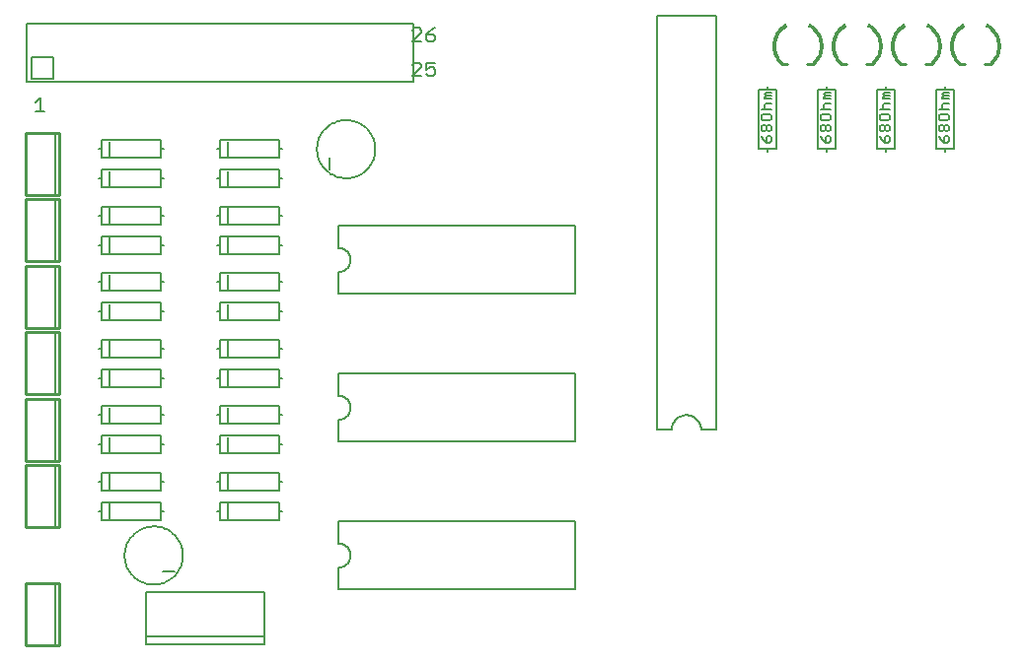
<source format=gto>
G75*
%MOIN*%
%OFA0B0*%
%FSLAX24Y24*%
%IPPOS*%
%LPD*%
%AMOC8*
5,1,8,0,0,1.08239X$1,22.5*
%
%ADD10C,0.0050*%
%ADD11C,0.0060*%
%ADD12C,0.0100*%
%ADD13C,0.0080*%
%ADD14C,0.0010*%
D10*
X006722Y019099D02*
X007022Y019099D01*
X006872Y019099D02*
X006872Y019549D01*
X006722Y019399D01*
X006409Y020076D02*
X006409Y022044D01*
X019480Y022044D01*
X019480Y020076D01*
X006409Y020076D01*
X006596Y020194D02*
X006596Y020922D01*
X007324Y020922D01*
X007324Y020194D02*
X006596Y020194D01*
X019450Y020280D02*
X019751Y020580D01*
X019751Y020655D01*
X019675Y020730D01*
X019525Y020730D01*
X019450Y020655D01*
X019450Y020280D02*
X019751Y020280D01*
X019911Y020355D02*
X019986Y020280D01*
X020136Y020280D01*
X020211Y020355D01*
X020211Y020505D01*
X020136Y020580D01*
X020061Y020580D01*
X019911Y020505D01*
X019911Y020730D01*
X020211Y020730D01*
X020136Y021461D02*
X019986Y021461D01*
X019911Y021536D01*
X019911Y021686D01*
X020136Y021686D01*
X020211Y021611D01*
X020211Y021536D01*
X020136Y021461D01*
X019911Y021686D02*
X020061Y021836D01*
X020211Y021911D01*
X019751Y021836D02*
X019675Y021911D01*
X019525Y021911D01*
X019450Y021836D01*
X019751Y021836D02*
X019751Y021761D01*
X019450Y021461D01*
X019751Y021461D01*
X007324Y020922D02*
X007321Y020558D01*
X007324Y020194D01*
D11*
X007393Y018316D02*
X007393Y016300D01*
X007393Y016066D02*
X007393Y014050D01*
X007393Y013816D02*
X007393Y011800D01*
X007393Y011566D02*
X007393Y009550D01*
X007393Y009316D02*
X007393Y007300D01*
X007393Y007066D02*
X007393Y005050D01*
X007393Y003066D02*
X007393Y001050D01*
X016960Y002908D02*
X016960Y003658D01*
X016999Y003660D01*
X017038Y003666D01*
X017076Y003675D01*
X017113Y003688D01*
X017149Y003705D01*
X017182Y003725D01*
X017214Y003749D01*
X017243Y003775D01*
X017269Y003804D01*
X017293Y003836D01*
X017313Y003869D01*
X017330Y003905D01*
X017343Y003942D01*
X017352Y003980D01*
X017358Y004019D01*
X017360Y004058D01*
X017358Y004097D01*
X017352Y004136D01*
X017343Y004174D01*
X017330Y004211D01*
X017313Y004247D01*
X017293Y004280D01*
X017269Y004312D01*
X017243Y004341D01*
X017214Y004367D01*
X017182Y004391D01*
X017149Y004411D01*
X017113Y004428D01*
X017076Y004441D01*
X017038Y004450D01*
X016999Y004456D01*
X016960Y004458D01*
X016960Y005208D01*
X024960Y005208D01*
X024960Y002908D01*
X016960Y002908D01*
X016960Y007908D02*
X016960Y008658D01*
X016999Y008660D01*
X017038Y008666D01*
X017076Y008675D01*
X017113Y008688D01*
X017149Y008705D01*
X017182Y008725D01*
X017214Y008749D01*
X017243Y008775D01*
X017269Y008804D01*
X017293Y008836D01*
X017313Y008869D01*
X017330Y008905D01*
X017343Y008942D01*
X017352Y008980D01*
X017358Y009019D01*
X017360Y009058D01*
X017358Y009097D01*
X017352Y009136D01*
X017343Y009174D01*
X017330Y009211D01*
X017313Y009247D01*
X017293Y009280D01*
X017269Y009312D01*
X017243Y009341D01*
X017214Y009367D01*
X017182Y009391D01*
X017149Y009411D01*
X017113Y009428D01*
X017076Y009441D01*
X017038Y009450D01*
X016999Y009456D01*
X016960Y009458D01*
X016960Y010208D01*
X024960Y010208D01*
X024960Y007908D01*
X016960Y007908D01*
X016960Y012908D02*
X016960Y013658D01*
X016999Y013660D01*
X017038Y013666D01*
X017076Y013675D01*
X017113Y013688D01*
X017149Y013705D01*
X017182Y013725D01*
X017214Y013749D01*
X017243Y013775D01*
X017269Y013804D01*
X017293Y013836D01*
X017313Y013869D01*
X017330Y013905D01*
X017343Y013942D01*
X017352Y013980D01*
X017358Y014019D01*
X017360Y014058D01*
X017358Y014097D01*
X017352Y014136D01*
X017343Y014174D01*
X017330Y014211D01*
X017313Y014247D01*
X017293Y014280D01*
X017269Y014312D01*
X017243Y014341D01*
X017214Y014367D01*
X017182Y014391D01*
X017149Y014411D01*
X017113Y014428D01*
X017076Y014441D01*
X017038Y014450D01*
X016999Y014456D01*
X016960Y014458D01*
X016960Y015208D01*
X024960Y015208D01*
X024960Y012908D01*
X016960Y012908D01*
X027710Y008308D02*
X027710Y022308D01*
X029710Y022308D01*
X029710Y008358D01*
X029710Y008308D02*
X029210Y008308D01*
X029208Y008352D01*
X029202Y008395D01*
X029193Y008437D01*
X029180Y008479D01*
X029163Y008519D01*
X029143Y008558D01*
X029120Y008595D01*
X029093Y008629D01*
X029064Y008662D01*
X029031Y008691D01*
X028997Y008718D01*
X028960Y008741D01*
X028921Y008761D01*
X028881Y008778D01*
X028839Y008791D01*
X028797Y008800D01*
X028754Y008806D01*
X028710Y008808D01*
X028666Y008806D01*
X028623Y008800D01*
X028581Y008791D01*
X028539Y008778D01*
X028499Y008761D01*
X028460Y008741D01*
X028423Y008718D01*
X028389Y008691D01*
X028356Y008662D01*
X028327Y008629D01*
X028300Y008595D01*
X028277Y008558D01*
X028257Y008519D01*
X028240Y008479D01*
X028227Y008437D01*
X028218Y008395D01*
X028212Y008352D01*
X028210Y008308D01*
X027710Y008308D01*
X031410Y018038D02*
X031410Y018208D01*
X031467Y018265D01*
X031524Y018265D01*
X031580Y018208D01*
X031580Y018095D01*
X031524Y018038D01*
X031410Y018038D01*
X031297Y018152D01*
X031240Y018265D01*
X031297Y018406D02*
X031353Y018406D01*
X031410Y018463D01*
X031410Y018577D01*
X031467Y018633D01*
X031524Y018633D01*
X031580Y018577D01*
X031580Y018463D01*
X031524Y018406D01*
X031467Y018406D01*
X031410Y018463D01*
X031410Y018577D02*
X031353Y018633D01*
X031297Y018633D01*
X031240Y018577D01*
X031240Y018463D01*
X031297Y018406D01*
X031297Y018775D02*
X031524Y018775D01*
X031580Y018831D01*
X031580Y018945D01*
X031524Y019002D01*
X031297Y019002D01*
X031240Y018945D01*
X031240Y018831D01*
X031297Y018775D01*
X031240Y019143D02*
X031580Y019143D01*
X031410Y019143D02*
X031353Y019200D01*
X031353Y019313D01*
X031410Y019370D01*
X031580Y019370D01*
X031580Y019511D02*
X031353Y019511D01*
X031353Y019568D01*
X031410Y019625D01*
X031353Y019681D01*
X031410Y019738D01*
X031580Y019738D01*
X031580Y019625D02*
X031410Y019625D01*
X033240Y019143D02*
X033580Y019143D01*
X033524Y019002D02*
X033297Y019002D01*
X033240Y018945D01*
X033240Y018831D01*
X033297Y018775D01*
X033524Y018775D01*
X033580Y018831D01*
X033580Y018945D01*
X033524Y019002D01*
X033410Y019143D02*
X033353Y019200D01*
X033353Y019313D01*
X033410Y019370D01*
X033580Y019370D01*
X033580Y019511D02*
X033353Y019511D01*
X033353Y019568D01*
X033410Y019625D01*
X033353Y019681D01*
X033410Y019738D01*
X033580Y019738D01*
X033580Y019625D02*
X033410Y019625D01*
X033353Y018633D02*
X033410Y018577D01*
X033410Y018463D01*
X033353Y018406D01*
X033297Y018406D01*
X033240Y018463D01*
X033240Y018577D01*
X033297Y018633D01*
X033353Y018633D01*
X033410Y018577D02*
X033467Y018633D01*
X033524Y018633D01*
X033580Y018577D01*
X033580Y018463D01*
X033524Y018406D01*
X033467Y018406D01*
X033410Y018463D01*
X033467Y018265D02*
X033410Y018208D01*
X033410Y018038D01*
X033524Y018038D01*
X033580Y018095D01*
X033580Y018208D01*
X033524Y018265D01*
X033467Y018265D01*
X033297Y018152D02*
X033410Y018038D01*
X033297Y018152D02*
X033240Y018265D01*
X035240Y018265D02*
X035297Y018152D01*
X035410Y018038D01*
X035410Y018208D01*
X035467Y018265D01*
X035524Y018265D01*
X035580Y018208D01*
X035580Y018095D01*
X035524Y018038D01*
X035410Y018038D01*
X035353Y018406D02*
X035297Y018406D01*
X035240Y018463D01*
X035240Y018577D01*
X035297Y018633D01*
X035353Y018633D01*
X035410Y018577D01*
X035410Y018463D01*
X035353Y018406D01*
X035410Y018463D02*
X035467Y018406D01*
X035524Y018406D01*
X035580Y018463D01*
X035580Y018577D01*
X035524Y018633D01*
X035467Y018633D01*
X035410Y018577D01*
X035297Y018775D02*
X035524Y018775D01*
X035580Y018831D01*
X035580Y018945D01*
X035524Y019002D01*
X035297Y019002D01*
X035240Y018945D01*
X035240Y018831D01*
X035297Y018775D01*
X035240Y019143D02*
X035580Y019143D01*
X035410Y019143D02*
X035353Y019200D01*
X035353Y019313D01*
X035410Y019370D01*
X035580Y019370D01*
X035580Y019511D02*
X035353Y019511D01*
X035353Y019568D01*
X035410Y019625D01*
X035353Y019681D01*
X035410Y019738D01*
X035580Y019738D01*
X035580Y019625D02*
X035410Y019625D01*
X037240Y019143D02*
X037580Y019143D01*
X037524Y019002D02*
X037297Y019002D01*
X037240Y018945D01*
X037240Y018831D01*
X037297Y018775D01*
X037524Y018775D01*
X037580Y018831D01*
X037580Y018945D01*
X037524Y019002D01*
X037410Y019143D02*
X037353Y019200D01*
X037353Y019313D01*
X037410Y019370D01*
X037580Y019370D01*
X037580Y019511D02*
X037353Y019511D01*
X037353Y019568D01*
X037410Y019625D01*
X037353Y019681D01*
X037410Y019738D01*
X037580Y019738D01*
X037580Y019625D02*
X037410Y019625D01*
X037353Y018633D02*
X037410Y018577D01*
X037410Y018463D01*
X037353Y018406D01*
X037297Y018406D01*
X037240Y018463D01*
X037240Y018577D01*
X037297Y018633D01*
X037353Y018633D01*
X037410Y018577D02*
X037467Y018633D01*
X037524Y018633D01*
X037580Y018577D01*
X037580Y018463D01*
X037524Y018406D01*
X037467Y018406D01*
X037410Y018463D01*
X037467Y018265D02*
X037410Y018208D01*
X037410Y018038D01*
X037524Y018038D01*
X037580Y018095D01*
X037580Y018208D01*
X037524Y018265D01*
X037467Y018265D01*
X037297Y018152D02*
X037410Y018038D01*
X037297Y018152D02*
X037240Y018265D01*
D12*
X007531Y001007D02*
X006389Y001007D01*
X006389Y003109D01*
X007531Y003109D01*
X007531Y001007D01*
X007531Y005007D02*
X006389Y005007D01*
X006389Y007109D01*
X007531Y007109D01*
X007531Y005007D01*
X007531Y007257D02*
X006389Y007257D01*
X006389Y009359D01*
X007531Y009359D01*
X007531Y007257D01*
X007531Y009507D02*
X006389Y009507D01*
X006389Y011609D01*
X007531Y011609D01*
X007531Y009507D01*
X007531Y011757D02*
X006389Y011757D01*
X006389Y013859D01*
X007531Y013859D01*
X007531Y011757D01*
X007531Y014007D02*
X006389Y014007D01*
X006389Y016109D01*
X007531Y016109D01*
X007531Y014007D01*
X007531Y016257D02*
X006389Y016257D01*
X006389Y018359D01*
X007531Y018359D01*
X007531Y016257D01*
X031950Y020688D02*
X032130Y020688D01*
X032770Y020688D02*
X032970Y020688D01*
X033950Y020688D02*
X034130Y020688D01*
X034770Y020688D02*
X034970Y020688D01*
X035950Y020688D02*
X036130Y020688D01*
X036770Y020688D02*
X036970Y020688D01*
X037950Y020688D02*
X038130Y020688D01*
X038770Y020688D02*
X038970Y020688D01*
D13*
X037760Y019808D02*
X037460Y019808D01*
X037460Y019908D01*
X037460Y019808D02*
X037160Y019808D01*
X037160Y017808D01*
X037460Y017808D01*
X037460Y017708D01*
X037460Y017808D02*
X037760Y017808D01*
X037760Y019808D01*
X035760Y019808D02*
X035760Y017808D01*
X035460Y017808D01*
X035460Y017708D01*
X035460Y017808D02*
X035160Y017808D01*
X035160Y019808D01*
X035460Y019808D01*
X035460Y019908D01*
X035460Y019808D02*
X035760Y019808D01*
X033760Y019808D02*
X033760Y017808D01*
X033460Y017808D01*
X033460Y017708D01*
X033460Y017808D02*
X033160Y017808D01*
X033160Y019808D01*
X033460Y019808D01*
X033460Y019908D01*
X033460Y019808D02*
X033760Y019808D01*
X031760Y019808D02*
X031760Y017808D01*
X031460Y017808D01*
X031460Y017708D01*
X031460Y017808D02*
X031160Y017808D01*
X031160Y019808D01*
X031460Y019808D01*
X031460Y019908D01*
X031460Y019808D02*
X031760Y019808D01*
X016226Y017808D02*
X016228Y017870D01*
X016234Y017933D01*
X016244Y017994D01*
X016258Y018055D01*
X016275Y018115D01*
X016296Y018174D01*
X016322Y018231D01*
X016350Y018286D01*
X016382Y018340D01*
X016418Y018391D01*
X016456Y018441D01*
X016498Y018487D01*
X016542Y018531D01*
X016590Y018572D01*
X016639Y018610D01*
X016691Y018644D01*
X016745Y018675D01*
X016801Y018703D01*
X016859Y018727D01*
X016918Y018748D01*
X016978Y018764D01*
X017039Y018777D01*
X017101Y018786D01*
X017163Y018791D01*
X017226Y018792D01*
X017288Y018789D01*
X017350Y018782D01*
X017412Y018771D01*
X017472Y018756D01*
X017532Y018738D01*
X017590Y018716D01*
X017647Y018690D01*
X017702Y018660D01*
X017755Y018627D01*
X017806Y018591D01*
X017854Y018552D01*
X017900Y018509D01*
X017943Y018464D01*
X017983Y018416D01*
X018020Y018366D01*
X018054Y018313D01*
X018085Y018259D01*
X018111Y018203D01*
X018135Y018145D01*
X018154Y018085D01*
X018170Y018025D01*
X018182Y017963D01*
X018190Y017902D01*
X018194Y017839D01*
X018194Y017777D01*
X018190Y017714D01*
X018182Y017653D01*
X018170Y017591D01*
X018154Y017531D01*
X018135Y017471D01*
X018111Y017413D01*
X018085Y017357D01*
X018054Y017303D01*
X018020Y017250D01*
X017983Y017200D01*
X017943Y017152D01*
X017900Y017107D01*
X017854Y017064D01*
X017806Y017025D01*
X017755Y016989D01*
X017702Y016956D01*
X017647Y016926D01*
X017590Y016900D01*
X017532Y016878D01*
X017472Y016860D01*
X017412Y016845D01*
X017350Y016834D01*
X017288Y016827D01*
X017226Y016824D01*
X017163Y016825D01*
X017101Y016830D01*
X017039Y016839D01*
X016978Y016852D01*
X016918Y016868D01*
X016859Y016889D01*
X016801Y016913D01*
X016745Y016941D01*
X016691Y016972D01*
X016639Y017006D01*
X016590Y017044D01*
X016542Y017085D01*
X016498Y017129D01*
X016456Y017175D01*
X016418Y017225D01*
X016382Y017276D01*
X016350Y017330D01*
X016322Y017385D01*
X016296Y017442D01*
X016275Y017501D01*
X016258Y017561D01*
X016244Y017622D01*
X016234Y017683D01*
X016228Y017746D01*
X016226Y017808D01*
X016660Y017508D02*
X016660Y017108D01*
X015060Y016808D02*
X014960Y016808D01*
X014960Y016508D01*
X012960Y016508D01*
X012960Y016808D01*
X012860Y016808D01*
X012960Y016808D02*
X012960Y017108D01*
X014960Y017108D01*
X014960Y016808D01*
X014960Y017508D02*
X014960Y017808D01*
X015060Y017808D01*
X014960Y017808D02*
X014960Y018108D01*
X012960Y018108D01*
X012960Y017808D01*
X012860Y017808D01*
X012960Y017808D02*
X012960Y017508D01*
X014960Y017508D01*
X013210Y017558D02*
X013210Y018058D01*
X013210Y017058D02*
X013210Y016558D01*
X012960Y015858D02*
X014960Y015858D01*
X014960Y015558D01*
X015060Y015558D01*
X014960Y015558D02*
X014960Y015258D01*
X012960Y015258D01*
X012960Y015558D01*
X012860Y015558D01*
X012960Y015558D02*
X012960Y015858D01*
X013210Y015808D02*
X013210Y015308D01*
X013210Y014808D02*
X013210Y014308D01*
X012960Y014258D02*
X012960Y014558D01*
X012860Y014558D01*
X012960Y014558D02*
X012960Y014858D01*
X014960Y014858D01*
X014960Y014558D01*
X015060Y014558D01*
X014960Y014558D02*
X014960Y014258D01*
X012960Y014258D01*
X012960Y013608D02*
X014960Y013608D01*
X014960Y013308D01*
X015060Y013308D01*
X014960Y013308D02*
X014960Y013008D01*
X012960Y013008D01*
X012960Y013308D01*
X012860Y013308D01*
X012960Y013308D02*
X012960Y013608D01*
X013210Y013558D02*
X013210Y013058D01*
X012960Y012608D02*
X014960Y012608D01*
X014960Y012308D01*
X015060Y012308D01*
X014960Y012308D02*
X014960Y012008D01*
X012960Y012008D01*
X012960Y012308D01*
X012860Y012308D01*
X012960Y012308D02*
X012960Y012608D01*
X013210Y012558D02*
X013210Y012058D01*
X012960Y011358D02*
X014960Y011358D01*
X014960Y011058D01*
X015060Y011058D01*
X014960Y011058D02*
X014960Y010758D01*
X012960Y010758D01*
X012960Y011058D01*
X012860Y011058D01*
X012960Y011058D02*
X012960Y011358D01*
X013210Y011308D02*
X013210Y010808D01*
X012960Y010358D02*
X014960Y010358D01*
X014960Y010058D01*
X015060Y010058D01*
X014960Y010058D02*
X014960Y009758D01*
X012960Y009758D01*
X012960Y010058D01*
X012860Y010058D01*
X012960Y010058D02*
X012960Y010358D01*
X013210Y010308D02*
X013210Y009808D01*
X012960Y009108D02*
X014960Y009108D01*
X014960Y008808D01*
X015060Y008808D01*
X014960Y008808D02*
X014960Y008508D01*
X012960Y008508D01*
X012960Y008808D01*
X012860Y008808D01*
X012960Y008808D02*
X012960Y009108D01*
X013210Y009058D02*
X013210Y008558D01*
X012960Y008108D02*
X014960Y008108D01*
X014960Y007808D01*
X015060Y007808D01*
X014960Y007808D02*
X014960Y007508D01*
X012960Y007508D01*
X012960Y007808D01*
X012860Y007808D01*
X012960Y007808D02*
X012960Y008108D01*
X013210Y008058D02*
X013210Y007558D01*
X012960Y006858D02*
X014960Y006858D01*
X014960Y006558D01*
X015060Y006558D01*
X014960Y006558D02*
X014960Y006258D01*
X012960Y006258D01*
X012960Y006558D01*
X012860Y006558D01*
X012960Y006558D02*
X012960Y006858D01*
X013210Y006808D02*
X013210Y006308D01*
X013210Y005808D02*
X013210Y005308D01*
X012960Y005258D02*
X012960Y005558D01*
X012860Y005558D01*
X012960Y005558D02*
X012960Y005858D01*
X014960Y005858D01*
X014960Y005558D01*
X015060Y005558D01*
X014960Y005558D02*
X014960Y005258D01*
X012960Y005258D01*
X011060Y005558D02*
X010960Y005558D01*
X010960Y005258D01*
X008960Y005258D01*
X008960Y005558D01*
X008860Y005558D01*
X008960Y005558D02*
X008960Y005858D01*
X010960Y005858D01*
X010960Y005558D01*
X010960Y006258D02*
X010960Y006558D01*
X011060Y006558D01*
X010960Y006558D02*
X010960Y006858D01*
X008960Y006858D01*
X008960Y006558D01*
X008860Y006558D01*
X008960Y006558D02*
X008960Y006258D01*
X010960Y006258D01*
X009210Y006308D02*
X009210Y006808D01*
X008960Y007508D02*
X008960Y007808D01*
X008860Y007808D01*
X008960Y007808D02*
X008960Y008108D01*
X010960Y008108D01*
X010960Y007808D01*
X011060Y007808D01*
X010960Y007808D02*
X010960Y007508D01*
X008960Y007508D01*
X009210Y007558D02*
X009210Y008058D01*
X009210Y008558D02*
X009210Y009058D01*
X008960Y009108D02*
X008960Y008808D01*
X008860Y008808D01*
X008960Y008808D02*
X008960Y008508D01*
X010960Y008508D01*
X010960Y008808D01*
X011060Y008808D01*
X010960Y008808D02*
X010960Y009108D01*
X008960Y009108D01*
X008960Y009758D02*
X008960Y010058D01*
X008860Y010058D01*
X008960Y010058D02*
X008960Y010358D01*
X010960Y010358D01*
X010960Y010058D01*
X011060Y010058D01*
X010960Y010058D02*
X010960Y009758D01*
X008960Y009758D01*
X009210Y009808D02*
X009210Y010308D01*
X009210Y010808D02*
X009210Y011308D01*
X008960Y011358D02*
X008960Y011058D01*
X008860Y011058D01*
X008960Y011058D02*
X008960Y010758D01*
X010960Y010758D01*
X010960Y011058D01*
X011060Y011058D01*
X010960Y011058D02*
X010960Y011358D01*
X008960Y011358D01*
X008960Y012008D02*
X008960Y012308D01*
X008860Y012308D01*
X008960Y012308D02*
X008960Y012608D01*
X010960Y012608D01*
X010960Y012308D01*
X011060Y012308D01*
X010960Y012308D02*
X010960Y012008D01*
X008960Y012008D01*
X009210Y012058D02*
X009210Y012558D01*
X009210Y013058D02*
X009210Y013558D01*
X008960Y013608D02*
X008960Y013308D01*
X008860Y013308D01*
X008960Y013308D02*
X008960Y013008D01*
X010960Y013008D01*
X010960Y013308D01*
X011060Y013308D01*
X010960Y013308D02*
X010960Y013608D01*
X008960Y013608D01*
X008960Y014258D02*
X008960Y014558D01*
X008860Y014558D01*
X008960Y014558D02*
X008960Y014858D01*
X010960Y014858D01*
X010960Y014558D01*
X011060Y014558D01*
X010960Y014558D02*
X010960Y014258D01*
X008960Y014258D01*
X009210Y014308D02*
X009210Y014808D01*
X009210Y015308D02*
X009210Y015808D01*
X008960Y015858D02*
X010960Y015858D01*
X010960Y015558D01*
X011060Y015558D01*
X010960Y015558D02*
X010960Y015258D01*
X008960Y015258D01*
X008960Y015558D01*
X008860Y015558D01*
X008960Y015558D02*
X008960Y015858D01*
X008960Y016508D02*
X008960Y016808D01*
X008860Y016808D01*
X008960Y016808D02*
X008960Y017108D01*
X010960Y017108D01*
X010960Y016808D01*
X011060Y016808D01*
X010960Y016808D02*
X010960Y016508D01*
X008960Y016508D01*
X009210Y016558D02*
X009210Y017058D01*
X009210Y017558D02*
X009210Y018058D01*
X008960Y018108D02*
X010960Y018108D01*
X010960Y017808D01*
X011060Y017808D01*
X010960Y017808D02*
X010960Y017508D01*
X008960Y017508D01*
X008960Y017808D01*
X008860Y017808D01*
X008960Y017808D02*
X008960Y018108D01*
X009210Y005808D02*
X009210Y005308D01*
X009726Y004058D02*
X009728Y004120D01*
X009734Y004183D01*
X009744Y004244D01*
X009758Y004305D01*
X009775Y004365D01*
X009796Y004424D01*
X009822Y004481D01*
X009850Y004536D01*
X009882Y004590D01*
X009918Y004641D01*
X009956Y004691D01*
X009998Y004737D01*
X010042Y004781D01*
X010090Y004822D01*
X010139Y004860D01*
X010191Y004894D01*
X010245Y004925D01*
X010301Y004953D01*
X010359Y004977D01*
X010418Y004998D01*
X010478Y005014D01*
X010539Y005027D01*
X010601Y005036D01*
X010663Y005041D01*
X010726Y005042D01*
X010788Y005039D01*
X010850Y005032D01*
X010912Y005021D01*
X010972Y005006D01*
X011032Y004988D01*
X011090Y004966D01*
X011147Y004940D01*
X011202Y004910D01*
X011255Y004877D01*
X011306Y004841D01*
X011354Y004802D01*
X011400Y004759D01*
X011443Y004714D01*
X011483Y004666D01*
X011520Y004616D01*
X011554Y004563D01*
X011585Y004509D01*
X011611Y004453D01*
X011635Y004395D01*
X011654Y004335D01*
X011670Y004275D01*
X011682Y004213D01*
X011690Y004152D01*
X011694Y004089D01*
X011694Y004027D01*
X011690Y003964D01*
X011682Y003903D01*
X011670Y003841D01*
X011654Y003781D01*
X011635Y003721D01*
X011611Y003663D01*
X011585Y003607D01*
X011554Y003553D01*
X011520Y003500D01*
X011483Y003450D01*
X011443Y003402D01*
X011400Y003357D01*
X011354Y003314D01*
X011306Y003275D01*
X011255Y003239D01*
X011202Y003206D01*
X011147Y003176D01*
X011090Y003150D01*
X011032Y003128D01*
X010972Y003110D01*
X010912Y003095D01*
X010850Y003084D01*
X010788Y003077D01*
X010726Y003074D01*
X010663Y003075D01*
X010601Y003080D01*
X010539Y003089D01*
X010478Y003102D01*
X010418Y003118D01*
X010359Y003139D01*
X010301Y003163D01*
X010245Y003191D01*
X010191Y003222D01*
X010139Y003256D01*
X010090Y003294D01*
X010042Y003335D01*
X009998Y003379D01*
X009956Y003425D01*
X009918Y003475D01*
X009882Y003526D01*
X009850Y003580D01*
X009822Y003635D01*
X009796Y003692D01*
X009775Y003751D01*
X009758Y003811D01*
X009744Y003872D01*
X009734Y003933D01*
X009728Y003996D01*
X009726Y004058D01*
X011010Y003508D02*
X011410Y003508D01*
X010460Y002808D02*
X010460Y001308D01*
X014460Y001308D01*
X014460Y001058D01*
X010460Y001058D01*
X010460Y001308D01*
X010460Y002808D02*
X014460Y002808D01*
X014460Y001308D01*
D14*
X033304Y021313D02*
X033214Y021313D01*
X033215Y021313D02*
X033213Y021367D01*
X033207Y021420D01*
X033197Y021473D01*
X033183Y021525D01*
X033166Y021576D01*
X033145Y021625D01*
X033121Y021673D01*
X033093Y021719D01*
X033062Y021763D01*
X033028Y021805D01*
X032992Y021844D01*
X032952Y021881D01*
X032910Y021914D01*
X032866Y021945D01*
X032820Y021972D01*
X032862Y022051D01*
X032911Y022023D01*
X032957Y021991D01*
X033002Y021956D01*
X033044Y021919D01*
X033084Y021878D01*
X033120Y021835D01*
X033154Y021790D01*
X033185Y021743D01*
X033212Y021693D01*
X033236Y021642D01*
X033257Y021590D01*
X033274Y021536D01*
X033287Y021481D01*
X033297Y021426D01*
X033303Y021369D01*
X033305Y021313D01*
X033296Y021313D01*
X033294Y021369D01*
X033288Y021424D01*
X033278Y021479D01*
X033265Y021534D01*
X033248Y021587D01*
X033228Y021639D01*
X033204Y021689D01*
X033177Y021738D01*
X033147Y021785D01*
X033113Y021830D01*
X033077Y021872D01*
X033038Y021912D01*
X032996Y021949D01*
X032952Y021984D01*
X032906Y022015D01*
X032858Y022043D01*
X032854Y022035D01*
X032901Y022007D01*
X032947Y021976D01*
X032990Y021942D01*
X033032Y021906D01*
X033070Y021866D01*
X033106Y021824D01*
X033139Y021780D01*
X033169Y021734D01*
X033196Y021685D01*
X033219Y021635D01*
X033240Y021584D01*
X033256Y021531D01*
X033269Y021478D01*
X033279Y021423D01*
X033285Y021368D01*
X033287Y021313D01*
X033278Y021313D01*
X033276Y021368D01*
X033270Y021422D01*
X033261Y021476D01*
X033248Y021529D01*
X033231Y021581D01*
X033211Y021632D01*
X033188Y021681D01*
X033161Y021729D01*
X033132Y021775D01*
X033099Y021819D01*
X033064Y021860D01*
X033025Y021899D01*
X032985Y021936D01*
X032942Y021969D01*
X032896Y022000D01*
X032849Y022027D01*
X032845Y022019D01*
X032892Y021992D01*
X032936Y021962D01*
X032979Y021929D01*
X033019Y021893D01*
X033057Y021854D01*
X033092Y021813D01*
X033124Y021770D01*
X033154Y021724D01*
X033180Y021677D01*
X033203Y021628D01*
X033223Y021578D01*
X033239Y021526D01*
X033252Y021474D01*
X033261Y021421D01*
X033267Y021367D01*
X033269Y021313D01*
X033260Y021313D01*
X033258Y021366D01*
X033252Y021419D01*
X033243Y021472D01*
X033230Y021524D01*
X033214Y021575D01*
X033195Y021625D01*
X033172Y021673D01*
X033146Y021720D01*
X033117Y021764D01*
X033085Y021807D01*
X033050Y021848D01*
X033013Y021886D01*
X032973Y021922D01*
X032931Y021955D01*
X032887Y021985D01*
X032841Y022012D01*
X032837Y022004D01*
X032882Y021977D01*
X032926Y021947D01*
X032967Y021915D01*
X033007Y021880D01*
X033044Y021842D01*
X033078Y021802D01*
X033110Y021759D01*
X033138Y021715D01*
X033164Y021669D01*
X033186Y021621D01*
X033206Y021572D01*
X033222Y021522D01*
X033234Y021470D01*
X033243Y021418D01*
X033249Y021366D01*
X033251Y021313D01*
X033242Y021313D01*
X033240Y021369D01*
X033233Y021424D01*
X033223Y021479D01*
X033209Y021533D01*
X033191Y021585D01*
X033170Y021637D01*
X033144Y021686D01*
X033116Y021734D01*
X033084Y021780D01*
X033049Y021823D01*
X033011Y021863D01*
X032970Y021901D01*
X032926Y021936D01*
X032880Y021967D01*
X032832Y021996D01*
X032828Y021988D01*
X032876Y021960D01*
X032921Y021929D01*
X032964Y021894D01*
X033004Y021857D01*
X033042Y021817D01*
X033077Y021774D01*
X033108Y021729D01*
X033137Y021682D01*
X033161Y021633D01*
X033183Y021582D01*
X033200Y021530D01*
X033214Y021477D01*
X033224Y021423D01*
X033231Y021368D01*
X033233Y021313D01*
X033224Y021313D01*
X033222Y021367D01*
X033216Y021421D01*
X033206Y021475D01*
X033192Y021527D01*
X033174Y021579D01*
X033153Y021629D01*
X033129Y021678D01*
X033101Y021724D01*
X033069Y021769D01*
X033035Y021811D01*
X032998Y021850D01*
X032958Y021887D01*
X032916Y021921D01*
X032871Y021952D01*
X032824Y021980D01*
X032037Y022039D02*
X032082Y021961D01*
X032081Y021961D02*
X032037Y021933D01*
X031995Y021902D01*
X031955Y021869D01*
X031917Y021833D01*
X031882Y021794D01*
X031850Y021753D01*
X031820Y021709D01*
X031794Y021664D01*
X031771Y021617D01*
X031751Y021569D01*
X031735Y021519D01*
X031722Y021469D01*
X031713Y021417D01*
X031707Y021365D01*
X031705Y021313D01*
X031616Y021312D01*
X031615Y021313D01*
X031617Y021368D01*
X031623Y021422D01*
X031632Y021477D01*
X031645Y021530D01*
X031661Y021582D01*
X031680Y021634D01*
X031703Y021684D01*
X031729Y021732D01*
X031758Y021779D01*
X031790Y021823D01*
X031825Y021866D01*
X031863Y021906D01*
X031903Y021943D01*
X031945Y021978D01*
X031990Y022010D01*
X032036Y022039D01*
X032041Y022031D01*
X031995Y022003D01*
X031951Y021971D01*
X031909Y021936D01*
X031869Y021899D01*
X031832Y021860D01*
X031797Y021818D01*
X031766Y021774D01*
X031737Y021728D01*
X031711Y021680D01*
X031689Y021630D01*
X031669Y021580D01*
X031653Y021528D01*
X031641Y021475D01*
X031632Y021421D01*
X031626Y021367D01*
X031624Y021313D01*
X031633Y021313D01*
X031635Y021367D01*
X031641Y021420D01*
X031650Y021473D01*
X031662Y021525D01*
X031678Y021577D01*
X031697Y021627D01*
X031719Y021676D01*
X031745Y021723D01*
X031773Y021769D01*
X031805Y021812D01*
X031839Y021854D01*
X031875Y021893D01*
X031915Y021930D01*
X031956Y021964D01*
X032000Y021995D01*
X032045Y022024D01*
X032050Y022016D01*
X032002Y021986D01*
X031956Y021952D01*
X031913Y021916D01*
X031872Y021876D01*
X031834Y021834D01*
X031799Y021790D01*
X031767Y021743D01*
X031739Y021694D01*
X031714Y021643D01*
X031692Y021590D01*
X031675Y021537D01*
X031661Y021482D01*
X031651Y021426D01*
X031644Y021370D01*
X031642Y021313D01*
X031651Y021313D01*
X031653Y021369D01*
X031659Y021425D01*
X031669Y021480D01*
X031683Y021534D01*
X031701Y021587D01*
X031722Y021639D01*
X031747Y021690D01*
X031775Y021738D01*
X031806Y021784D01*
X031841Y021829D01*
X031878Y021870D01*
X031919Y021909D01*
X031961Y021945D01*
X032007Y021978D01*
X032054Y022008D01*
X032059Y022000D01*
X032012Y021971D01*
X031967Y021938D01*
X031925Y021902D01*
X031885Y021864D01*
X031848Y021823D01*
X031813Y021779D01*
X031782Y021733D01*
X031755Y021685D01*
X031730Y021636D01*
X031709Y021584D01*
X031692Y021532D01*
X031678Y021478D01*
X031668Y021423D01*
X031662Y021368D01*
X031660Y021313D01*
X031669Y021313D01*
X031671Y021368D01*
X031677Y021422D01*
X031687Y021476D01*
X031701Y021529D01*
X031718Y021581D01*
X031738Y021632D01*
X031763Y021681D01*
X031790Y021728D01*
X031821Y021774D01*
X031854Y021817D01*
X031891Y021858D01*
X031931Y021896D01*
X031973Y021931D01*
X032017Y021963D01*
X032063Y021992D01*
X032068Y021984D01*
X032022Y021956D01*
X031978Y021924D01*
X031937Y021889D01*
X031898Y021851D01*
X031861Y021811D01*
X031828Y021769D01*
X031798Y021724D01*
X031770Y021677D01*
X031747Y021628D01*
X031726Y021578D01*
X031709Y021527D01*
X031696Y021474D01*
X031686Y021421D01*
X031680Y021367D01*
X031678Y021313D01*
X031687Y021313D01*
X031689Y021366D01*
X031695Y021420D01*
X031705Y021472D01*
X031718Y021524D01*
X031735Y021575D01*
X031755Y021625D01*
X031778Y021673D01*
X031805Y021719D01*
X031835Y021763D01*
X031868Y021805D01*
X031904Y021845D01*
X031943Y021882D01*
X031984Y021917D01*
X032027Y021948D01*
X032072Y021977D01*
X032077Y021969D01*
X032032Y021941D01*
X031989Y021910D01*
X031949Y021876D01*
X031911Y021839D01*
X031875Y021800D01*
X031843Y021758D01*
X031813Y021714D01*
X031786Y021668D01*
X031763Y021621D01*
X031743Y021572D01*
X031726Y021522D01*
X031713Y021470D01*
X031704Y021418D01*
X031698Y021366D01*
X031696Y021313D01*
X031616Y021304D02*
X031706Y021304D01*
X031705Y021303D02*
X031707Y021249D01*
X031713Y021196D01*
X031723Y021143D01*
X031737Y021091D01*
X031754Y021040D01*
X031775Y020990D01*
X031799Y020942D01*
X031827Y020896D01*
X031858Y020852D01*
X031892Y020811D01*
X031929Y020771D01*
X031968Y020735D01*
X031911Y020667D01*
X031910Y020666D01*
X031869Y020704D01*
X031831Y020744D01*
X031795Y020787D01*
X031762Y020832D01*
X031732Y020879D01*
X031706Y020927D01*
X031682Y020978D01*
X031662Y021030D01*
X031646Y021083D01*
X031632Y021137D01*
X031623Y021192D01*
X031617Y021247D01*
X031615Y021303D01*
X031624Y021303D01*
X031626Y021248D01*
X031632Y021193D01*
X031641Y021139D01*
X031654Y021085D01*
X031671Y021033D01*
X031690Y020981D01*
X031714Y020931D01*
X031740Y020883D01*
X031770Y020837D01*
X031802Y020792D01*
X031837Y020750D01*
X031876Y020710D01*
X031916Y020673D01*
X031922Y020680D01*
X031882Y020717D01*
X031844Y020756D01*
X031809Y020798D01*
X031777Y020842D01*
X031748Y020888D01*
X031722Y020936D01*
X031699Y020985D01*
X031679Y021036D01*
X031663Y021088D01*
X031650Y021141D01*
X031641Y021194D01*
X031635Y021249D01*
X031633Y021303D01*
X031642Y021303D01*
X031644Y021249D01*
X031650Y021196D01*
X031659Y021143D01*
X031672Y021090D01*
X031688Y021039D01*
X031707Y020988D01*
X031730Y020940D01*
X031755Y020892D01*
X031784Y020847D01*
X031816Y020803D01*
X031851Y020762D01*
X031888Y020723D01*
X031928Y020687D01*
X031934Y020694D01*
X031894Y020730D01*
X031857Y020768D01*
X031823Y020809D01*
X031792Y020852D01*
X031763Y020897D01*
X031738Y020944D01*
X031715Y020992D01*
X031696Y021042D01*
X031680Y021093D01*
X031668Y021144D01*
X031659Y021197D01*
X031653Y021250D01*
X031651Y021303D01*
X031660Y021303D01*
X031662Y021250D01*
X031668Y021198D01*
X031677Y021146D01*
X031689Y021095D01*
X031705Y021045D01*
X031724Y020995D01*
X031746Y020948D01*
X031771Y020901D01*
X031799Y020857D01*
X031830Y020815D01*
X031864Y020774D01*
X031901Y020736D01*
X031939Y020701D01*
X031945Y020707D01*
X031907Y020743D01*
X031871Y020780D01*
X031837Y020820D01*
X031807Y020862D01*
X031779Y020906D01*
X031754Y020952D01*
X031732Y020999D01*
X031713Y021048D01*
X031698Y021097D01*
X031685Y021148D01*
X031677Y021199D01*
X031671Y021251D01*
X031669Y021303D01*
X031678Y021303D01*
X031680Y021247D01*
X031687Y021192D01*
X031697Y021137D01*
X031711Y021083D01*
X031729Y021030D01*
X031751Y020979D01*
X031776Y020929D01*
X031805Y020881D01*
X031837Y020836D01*
X031872Y020793D01*
X031910Y020752D01*
X031951Y020714D01*
X031957Y020721D01*
X031916Y020758D01*
X031879Y020799D01*
X031844Y020841D01*
X031812Y020886D01*
X031784Y020934D01*
X031759Y020983D01*
X031737Y021034D01*
X031720Y021086D01*
X031706Y021139D01*
X031696Y021193D01*
X031689Y021248D01*
X031687Y021303D01*
X031696Y021303D01*
X031698Y021249D01*
X031704Y021195D01*
X031714Y021141D01*
X031728Y021088D01*
X031746Y021037D01*
X031767Y020987D01*
X031792Y020938D01*
X031820Y020891D01*
X031851Y020847D01*
X031885Y020805D01*
X031923Y020765D01*
X031963Y020728D01*
X033004Y020663D02*
X032947Y020732D01*
X032947Y020731D02*
X032987Y020768D01*
X033025Y020807D01*
X033059Y020849D01*
X033091Y020893D01*
X033119Y020939D01*
X033144Y020988D01*
X033165Y021038D01*
X033183Y021089D01*
X033196Y021142D01*
X033206Y021195D01*
X033213Y021249D01*
X033215Y021303D01*
X033304Y021304D01*
X033305Y021303D01*
X033303Y021247D01*
X033297Y021191D01*
X033287Y021136D01*
X033274Y021081D01*
X033257Y021028D01*
X033237Y020975D01*
X033213Y020924D01*
X033186Y020875D01*
X033155Y020828D01*
X033122Y020783D01*
X033086Y020740D01*
X033047Y020700D01*
X033005Y020662D01*
X032999Y020669D01*
X033040Y020706D01*
X033079Y020746D01*
X033115Y020788D01*
X033148Y020833D01*
X033178Y020880D01*
X033205Y020928D01*
X033228Y020979D01*
X033249Y021031D01*
X033265Y021084D01*
X033278Y021138D01*
X033288Y021192D01*
X033294Y021247D01*
X033296Y021303D01*
X033287Y021303D01*
X033285Y021248D01*
X033279Y021193D01*
X033270Y021139D01*
X033257Y021086D01*
X033240Y021034D01*
X033220Y020982D01*
X033197Y020933D01*
X033170Y020884D01*
X033141Y020838D01*
X033108Y020794D01*
X033072Y020752D01*
X033034Y020713D01*
X032993Y020676D01*
X032988Y020683D01*
X033028Y020719D01*
X033066Y020758D01*
X033101Y020800D01*
X033133Y020843D01*
X033163Y020889D01*
X033189Y020937D01*
X033212Y020986D01*
X033232Y021036D01*
X033248Y021088D01*
X033261Y021141D01*
X033270Y021195D01*
X033276Y021249D01*
X033278Y021303D01*
X033269Y021303D01*
X033267Y021249D01*
X033261Y021196D01*
X033252Y021143D01*
X033239Y021091D01*
X033223Y021039D01*
X033204Y020989D01*
X033181Y020941D01*
X033155Y020894D01*
X033126Y020848D01*
X033094Y020805D01*
X033059Y020764D01*
X033022Y020726D01*
X032982Y020690D01*
X032976Y020697D01*
X033015Y020732D01*
X033052Y020770D01*
X033087Y020811D01*
X033118Y020854D01*
X033147Y020898D01*
X033173Y020945D01*
X033195Y020993D01*
X033215Y021042D01*
X033231Y021093D01*
X033243Y021145D01*
X033252Y021197D01*
X033258Y021250D01*
X033260Y021303D01*
X033251Y021303D01*
X033249Y021251D01*
X033243Y021198D01*
X033234Y021147D01*
X033222Y021096D01*
X033206Y021045D01*
X033187Y020996D01*
X033165Y020949D01*
X033139Y020903D01*
X033111Y020859D01*
X033080Y020817D01*
X033046Y020776D01*
X033009Y020739D01*
X032970Y020704D01*
X032964Y020710D01*
X033003Y020745D01*
X033039Y020783D01*
X033073Y020822D01*
X033104Y020864D01*
X033132Y020908D01*
X033157Y020953D01*
X033179Y021000D01*
X033198Y021048D01*
X033213Y021098D01*
X033226Y021148D01*
X033234Y021200D01*
X033240Y021251D01*
X033242Y021303D01*
X033233Y021303D01*
X033231Y021252D01*
X033226Y021201D01*
X033217Y021150D01*
X033205Y021100D01*
X033189Y021051D01*
X033171Y021004D01*
X033149Y020957D01*
X033124Y020912D01*
X033096Y020869D01*
X033066Y020828D01*
X033033Y020789D01*
X032997Y020752D01*
X032959Y020717D01*
X032953Y020724D01*
X032994Y020761D01*
X033032Y020801D01*
X033066Y020843D01*
X033098Y020888D01*
X033127Y020935D01*
X033152Y020984D01*
X033173Y021035D01*
X033191Y021086D01*
X033205Y021140D01*
X033215Y021194D01*
X033222Y021248D01*
X033224Y021303D01*
X035304Y021313D02*
X035214Y021313D01*
X035215Y021313D02*
X035213Y021367D01*
X035207Y021420D01*
X035197Y021473D01*
X035183Y021525D01*
X035166Y021576D01*
X035145Y021625D01*
X035121Y021673D01*
X035093Y021719D01*
X035062Y021763D01*
X035028Y021805D01*
X034992Y021844D01*
X034952Y021881D01*
X034910Y021914D01*
X034866Y021945D01*
X034820Y021972D01*
X034862Y022051D01*
X034911Y022023D01*
X034957Y021991D01*
X035002Y021956D01*
X035044Y021919D01*
X035084Y021878D01*
X035120Y021835D01*
X035154Y021790D01*
X035185Y021743D01*
X035212Y021693D01*
X035236Y021642D01*
X035257Y021590D01*
X035274Y021536D01*
X035287Y021481D01*
X035297Y021426D01*
X035303Y021369D01*
X035305Y021313D01*
X035296Y021313D01*
X035294Y021369D01*
X035288Y021424D01*
X035278Y021479D01*
X035265Y021534D01*
X035248Y021587D01*
X035228Y021639D01*
X035204Y021689D01*
X035177Y021738D01*
X035147Y021785D01*
X035113Y021830D01*
X035077Y021872D01*
X035038Y021912D01*
X034996Y021949D01*
X034952Y021984D01*
X034906Y022015D01*
X034858Y022043D01*
X034854Y022035D01*
X034901Y022007D01*
X034947Y021976D01*
X034990Y021942D01*
X035032Y021906D01*
X035070Y021866D01*
X035106Y021824D01*
X035139Y021780D01*
X035169Y021734D01*
X035196Y021685D01*
X035219Y021635D01*
X035240Y021584D01*
X035256Y021531D01*
X035269Y021478D01*
X035279Y021423D01*
X035285Y021368D01*
X035287Y021313D01*
X035278Y021313D01*
X035276Y021368D01*
X035270Y021422D01*
X035261Y021476D01*
X035248Y021529D01*
X035231Y021581D01*
X035211Y021632D01*
X035188Y021681D01*
X035161Y021729D01*
X035132Y021775D01*
X035099Y021819D01*
X035064Y021860D01*
X035025Y021899D01*
X034985Y021936D01*
X034942Y021969D01*
X034896Y022000D01*
X034849Y022027D01*
X034845Y022019D01*
X034892Y021992D01*
X034936Y021962D01*
X034979Y021929D01*
X035019Y021893D01*
X035057Y021854D01*
X035092Y021813D01*
X035124Y021770D01*
X035154Y021724D01*
X035180Y021677D01*
X035203Y021628D01*
X035223Y021578D01*
X035239Y021526D01*
X035252Y021474D01*
X035261Y021421D01*
X035267Y021367D01*
X035269Y021313D01*
X035260Y021313D01*
X035258Y021366D01*
X035252Y021419D01*
X035243Y021472D01*
X035230Y021524D01*
X035214Y021575D01*
X035195Y021625D01*
X035172Y021673D01*
X035146Y021720D01*
X035117Y021764D01*
X035085Y021807D01*
X035050Y021848D01*
X035013Y021886D01*
X034973Y021922D01*
X034931Y021955D01*
X034887Y021985D01*
X034841Y022012D01*
X034837Y022004D01*
X034882Y021977D01*
X034926Y021947D01*
X034967Y021915D01*
X035007Y021880D01*
X035044Y021842D01*
X035078Y021802D01*
X035110Y021759D01*
X035138Y021715D01*
X035164Y021669D01*
X035186Y021621D01*
X035206Y021572D01*
X035222Y021522D01*
X035234Y021470D01*
X035243Y021418D01*
X035249Y021366D01*
X035251Y021313D01*
X035242Y021313D01*
X035240Y021369D01*
X035233Y021424D01*
X035223Y021479D01*
X035209Y021533D01*
X035191Y021585D01*
X035170Y021637D01*
X035144Y021686D01*
X035116Y021734D01*
X035084Y021780D01*
X035049Y021823D01*
X035011Y021863D01*
X034970Y021901D01*
X034926Y021936D01*
X034880Y021967D01*
X034832Y021996D01*
X034828Y021988D01*
X034876Y021960D01*
X034921Y021929D01*
X034964Y021894D01*
X035004Y021857D01*
X035042Y021817D01*
X035077Y021774D01*
X035108Y021729D01*
X035137Y021682D01*
X035161Y021633D01*
X035183Y021582D01*
X035200Y021530D01*
X035214Y021477D01*
X035224Y021423D01*
X035231Y021368D01*
X035233Y021313D01*
X035224Y021313D01*
X035222Y021367D01*
X035216Y021421D01*
X035206Y021475D01*
X035192Y021527D01*
X035174Y021579D01*
X035153Y021629D01*
X035129Y021678D01*
X035101Y021724D01*
X035069Y021769D01*
X035035Y021811D01*
X034998Y021850D01*
X034958Y021887D01*
X034916Y021921D01*
X034871Y021952D01*
X034824Y021980D01*
X034037Y022039D02*
X034082Y021961D01*
X034081Y021961D02*
X034037Y021933D01*
X033995Y021902D01*
X033955Y021869D01*
X033917Y021833D01*
X033882Y021794D01*
X033850Y021753D01*
X033820Y021709D01*
X033794Y021664D01*
X033771Y021617D01*
X033751Y021569D01*
X033735Y021519D01*
X033722Y021469D01*
X033713Y021417D01*
X033707Y021365D01*
X033705Y021313D01*
X033616Y021312D01*
X033615Y021313D01*
X033617Y021368D01*
X033623Y021422D01*
X033632Y021477D01*
X033645Y021530D01*
X033661Y021582D01*
X033680Y021634D01*
X033703Y021684D01*
X033729Y021732D01*
X033758Y021779D01*
X033790Y021823D01*
X033825Y021866D01*
X033863Y021906D01*
X033903Y021943D01*
X033945Y021978D01*
X033990Y022010D01*
X034036Y022039D01*
X034041Y022031D01*
X033995Y022003D01*
X033951Y021971D01*
X033909Y021936D01*
X033869Y021899D01*
X033832Y021860D01*
X033797Y021818D01*
X033766Y021774D01*
X033737Y021728D01*
X033711Y021680D01*
X033689Y021630D01*
X033669Y021580D01*
X033653Y021528D01*
X033641Y021475D01*
X033632Y021421D01*
X033626Y021367D01*
X033624Y021313D01*
X033633Y021313D01*
X033635Y021367D01*
X033641Y021420D01*
X033650Y021473D01*
X033662Y021525D01*
X033678Y021577D01*
X033697Y021627D01*
X033719Y021676D01*
X033745Y021723D01*
X033773Y021769D01*
X033805Y021812D01*
X033839Y021854D01*
X033875Y021893D01*
X033915Y021930D01*
X033956Y021964D01*
X034000Y021995D01*
X034045Y022024D01*
X034050Y022016D01*
X034002Y021986D01*
X033956Y021952D01*
X033913Y021916D01*
X033872Y021876D01*
X033834Y021834D01*
X033799Y021790D01*
X033767Y021743D01*
X033739Y021694D01*
X033714Y021643D01*
X033692Y021590D01*
X033675Y021537D01*
X033661Y021482D01*
X033651Y021426D01*
X033644Y021370D01*
X033642Y021313D01*
X033651Y021313D01*
X033653Y021369D01*
X033659Y021425D01*
X033669Y021480D01*
X033683Y021534D01*
X033701Y021587D01*
X033722Y021639D01*
X033747Y021690D01*
X033775Y021738D01*
X033806Y021784D01*
X033841Y021829D01*
X033878Y021870D01*
X033919Y021909D01*
X033961Y021945D01*
X034007Y021978D01*
X034054Y022008D01*
X034059Y022000D01*
X034012Y021971D01*
X033967Y021938D01*
X033925Y021902D01*
X033885Y021864D01*
X033848Y021823D01*
X033813Y021779D01*
X033782Y021733D01*
X033755Y021685D01*
X033730Y021636D01*
X033709Y021584D01*
X033692Y021532D01*
X033678Y021478D01*
X033668Y021423D01*
X033662Y021368D01*
X033660Y021313D01*
X033669Y021313D01*
X033671Y021368D01*
X033677Y021422D01*
X033687Y021476D01*
X033701Y021529D01*
X033718Y021581D01*
X033738Y021632D01*
X033763Y021681D01*
X033790Y021728D01*
X033821Y021774D01*
X033854Y021817D01*
X033891Y021858D01*
X033931Y021896D01*
X033973Y021931D01*
X034017Y021963D01*
X034063Y021992D01*
X034068Y021984D01*
X034022Y021956D01*
X033978Y021924D01*
X033937Y021889D01*
X033898Y021851D01*
X033861Y021811D01*
X033828Y021769D01*
X033798Y021724D01*
X033770Y021677D01*
X033747Y021628D01*
X033726Y021578D01*
X033709Y021527D01*
X033696Y021474D01*
X033686Y021421D01*
X033680Y021367D01*
X033678Y021313D01*
X033687Y021313D01*
X033689Y021366D01*
X033695Y021420D01*
X033705Y021472D01*
X033718Y021524D01*
X033735Y021575D01*
X033755Y021625D01*
X033778Y021673D01*
X033805Y021719D01*
X033835Y021763D01*
X033868Y021805D01*
X033904Y021845D01*
X033943Y021882D01*
X033984Y021917D01*
X034027Y021948D01*
X034072Y021977D01*
X034077Y021969D01*
X034032Y021941D01*
X033989Y021910D01*
X033949Y021876D01*
X033911Y021839D01*
X033875Y021800D01*
X033843Y021758D01*
X033813Y021714D01*
X033786Y021668D01*
X033763Y021621D01*
X033743Y021572D01*
X033726Y021522D01*
X033713Y021470D01*
X033704Y021418D01*
X033698Y021366D01*
X033696Y021313D01*
X033616Y021304D02*
X033706Y021304D01*
X033705Y021303D02*
X033707Y021249D01*
X033713Y021196D01*
X033723Y021143D01*
X033737Y021091D01*
X033754Y021040D01*
X033775Y020990D01*
X033799Y020942D01*
X033827Y020896D01*
X033858Y020852D01*
X033892Y020811D01*
X033929Y020771D01*
X033968Y020735D01*
X033911Y020667D01*
X033910Y020666D01*
X033869Y020704D01*
X033831Y020744D01*
X033795Y020787D01*
X033762Y020832D01*
X033732Y020879D01*
X033706Y020927D01*
X033682Y020978D01*
X033662Y021030D01*
X033646Y021083D01*
X033632Y021137D01*
X033623Y021192D01*
X033617Y021247D01*
X033615Y021303D01*
X033624Y021303D01*
X033626Y021248D01*
X033632Y021193D01*
X033641Y021139D01*
X033654Y021085D01*
X033671Y021033D01*
X033690Y020981D01*
X033714Y020931D01*
X033740Y020883D01*
X033770Y020837D01*
X033802Y020792D01*
X033837Y020750D01*
X033876Y020710D01*
X033916Y020673D01*
X033922Y020680D01*
X033882Y020717D01*
X033844Y020756D01*
X033809Y020798D01*
X033777Y020842D01*
X033748Y020888D01*
X033722Y020936D01*
X033699Y020985D01*
X033679Y021036D01*
X033663Y021088D01*
X033650Y021141D01*
X033641Y021194D01*
X033635Y021249D01*
X033633Y021303D01*
X033642Y021303D01*
X033644Y021249D01*
X033650Y021196D01*
X033659Y021143D01*
X033672Y021090D01*
X033688Y021039D01*
X033707Y020988D01*
X033730Y020940D01*
X033755Y020892D01*
X033784Y020847D01*
X033816Y020803D01*
X033851Y020762D01*
X033888Y020723D01*
X033928Y020687D01*
X033934Y020694D01*
X033894Y020730D01*
X033857Y020768D01*
X033823Y020809D01*
X033792Y020852D01*
X033763Y020897D01*
X033738Y020944D01*
X033715Y020992D01*
X033696Y021042D01*
X033680Y021093D01*
X033668Y021144D01*
X033659Y021197D01*
X033653Y021250D01*
X033651Y021303D01*
X033660Y021303D01*
X033662Y021250D01*
X033668Y021198D01*
X033677Y021146D01*
X033689Y021095D01*
X033705Y021045D01*
X033724Y020995D01*
X033746Y020948D01*
X033771Y020901D01*
X033799Y020857D01*
X033830Y020815D01*
X033864Y020774D01*
X033901Y020736D01*
X033939Y020701D01*
X033945Y020707D01*
X033907Y020743D01*
X033871Y020780D01*
X033837Y020820D01*
X033807Y020862D01*
X033779Y020906D01*
X033754Y020952D01*
X033732Y020999D01*
X033713Y021048D01*
X033698Y021097D01*
X033685Y021148D01*
X033677Y021199D01*
X033671Y021251D01*
X033669Y021303D01*
X033678Y021303D01*
X033680Y021247D01*
X033687Y021192D01*
X033697Y021137D01*
X033711Y021083D01*
X033729Y021030D01*
X033751Y020979D01*
X033776Y020929D01*
X033805Y020881D01*
X033837Y020836D01*
X033872Y020793D01*
X033910Y020752D01*
X033951Y020714D01*
X033957Y020721D01*
X033916Y020758D01*
X033879Y020799D01*
X033844Y020841D01*
X033812Y020886D01*
X033784Y020934D01*
X033759Y020983D01*
X033737Y021034D01*
X033720Y021086D01*
X033706Y021139D01*
X033696Y021193D01*
X033689Y021248D01*
X033687Y021303D01*
X033696Y021303D01*
X033698Y021249D01*
X033704Y021195D01*
X033714Y021141D01*
X033728Y021088D01*
X033746Y021037D01*
X033767Y020987D01*
X033792Y020938D01*
X033820Y020891D01*
X033851Y020847D01*
X033885Y020805D01*
X033923Y020765D01*
X033963Y020728D01*
X035004Y020663D02*
X034947Y020732D01*
X034947Y020731D02*
X034987Y020768D01*
X035025Y020807D01*
X035059Y020849D01*
X035091Y020893D01*
X035119Y020939D01*
X035144Y020988D01*
X035165Y021038D01*
X035183Y021089D01*
X035196Y021142D01*
X035206Y021195D01*
X035213Y021249D01*
X035215Y021303D01*
X035304Y021304D01*
X035305Y021303D01*
X035303Y021247D01*
X035297Y021191D01*
X035287Y021136D01*
X035274Y021081D01*
X035257Y021028D01*
X035237Y020975D01*
X035213Y020924D01*
X035186Y020875D01*
X035155Y020828D01*
X035122Y020783D01*
X035086Y020740D01*
X035047Y020700D01*
X035005Y020662D01*
X034999Y020669D01*
X035040Y020706D01*
X035079Y020746D01*
X035115Y020788D01*
X035148Y020833D01*
X035178Y020880D01*
X035205Y020928D01*
X035228Y020979D01*
X035249Y021031D01*
X035265Y021084D01*
X035278Y021138D01*
X035288Y021192D01*
X035294Y021247D01*
X035296Y021303D01*
X035287Y021303D01*
X035285Y021248D01*
X035279Y021193D01*
X035270Y021139D01*
X035257Y021086D01*
X035240Y021034D01*
X035220Y020982D01*
X035197Y020933D01*
X035170Y020884D01*
X035141Y020838D01*
X035108Y020794D01*
X035072Y020752D01*
X035034Y020713D01*
X034993Y020676D01*
X034988Y020683D01*
X035028Y020719D01*
X035066Y020758D01*
X035101Y020800D01*
X035133Y020843D01*
X035163Y020889D01*
X035189Y020937D01*
X035212Y020986D01*
X035232Y021036D01*
X035248Y021088D01*
X035261Y021141D01*
X035270Y021195D01*
X035276Y021249D01*
X035278Y021303D01*
X035269Y021303D01*
X035267Y021249D01*
X035261Y021196D01*
X035252Y021143D01*
X035239Y021091D01*
X035223Y021039D01*
X035204Y020989D01*
X035181Y020941D01*
X035155Y020894D01*
X035126Y020848D01*
X035094Y020805D01*
X035059Y020764D01*
X035022Y020726D01*
X034982Y020690D01*
X034976Y020697D01*
X035015Y020732D01*
X035052Y020770D01*
X035087Y020811D01*
X035118Y020854D01*
X035147Y020898D01*
X035173Y020945D01*
X035195Y020993D01*
X035215Y021042D01*
X035231Y021093D01*
X035243Y021145D01*
X035252Y021197D01*
X035258Y021250D01*
X035260Y021303D01*
X035251Y021303D01*
X035249Y021251D01*
X035243Y021198D01*
X035234Y021147D01*
X035222Y021096D01*
X035206Y021045D01*
X035187Y020996D01*
X035165Y020949D01*
X035139Y020903D01*
X035111Y020859D01*
X035080Y020817D01*
X035046Y020776D01*
X035009Y020739D01*
X034970Y020704D01*
X034964Y020710D01*
X035003Y020745D01*
X035039Y020783D01*
X035073Y020822D01*
X035104Y020864D01*
X035132Y020908D01*
X035157Y020953D01*
X035179Y021000D01*
X035198Y021048D01*
X035213Y021098D01*
X035226Y021148D01*
X035234Y021200D01*
X035240Y021251D01*
X035242Y021303D01*
X035233Y021303D01*
X035231Y021252D01*
X035226Y021201D01*
X035217Y021150D01*
X035205Y021100D01*
X035189Y021051D01*
X035171Y021004D01*
X035149Y020957D01*
X035124Y020912D01*
X035096Y020869D01*
X035066Y020828D01*
X035033Y020789D01*
X034997Y020752D01*
X034959Y020717D01*
X034953Y020724D01*
X034994Y020761D01*
X035032Y020801D01*
X035066Y020843D01*
X035098Y020888D01*
X035127Y020935D01*
X035152Y020984D01*
X035173Y021035D01*
X035191Y021086D01*
X035205Y021140D01*
X035215Y021194D01*
X035222Y021248D01*
X035224Y021303D01*
X037304Y021313D02*
X037214Y021313D01*
X037215Y021313D02*
X037213Y021367D01*
X037207Y021420D01*
X037197Y021473D01*
X037183Y021525D01*
X037166Y021576D01*
X037145Y021625D01*
X037121Y021673D01*
X037093Y021719D01*
X037062Y021763D01*
X037028Y021805D01*
X036992Y021844D01*
X036952Y021881D01*
X036910Y021914D01*
X036866Y021945D01*
X036820Y021972D01*
X036862Y022051D01*
X036911Y022023D01*
X036957Y021991D01*
X037002Y021956D01*
X037044Y021919D01*
X037084Y021878D01*
X037120Y021835D01*
X037154Y021790D01*
X037185Y021743D01*
X037212Y021693D01*
X037236Y021642D01*
X037257Y021590D01*
X037274Y021536D01*
X037287Y021481D01*
X037297Y021426D01*
X037303Y021369D01*
X037305Y021313D01*
X037296Y021313D01*
X037294Y021369D01*
X037288Y021424D01*
X037278Y021479D01*
X037265Y021534D01*
X037248Y021587D01*
X037228Y021639D01*
X037204Y021689D01*
X037177Y021738D01*
X037147Y021785D01*
X037113Y021830D01*
X037077Y021872D01*
X037038Y021912D01*
X036996Y021949D01*
X036952Y021984D01*
X036906Y022015D01*
X036858Y022043D01*
X036854Y022035D01*
X036901Y022007D01*
X036947Y021976D01*
X036990Y021942D01*
X037032Y021906D01*
X037070Y021866D01*
X037106Y021824D01*
X037139Y021780D01*
X037169Y021734D01*
X037196Y021685D01*
X037219Y021635D01*
X037240Y021584D01*
X037256Y021531D01*
X037269Y021478D01*
X037279Y021423D01*
X037285Y021368D01*
X037287Y021313D01*
X037278Y021313D01*
X037276Y021368D01*
X037270Y021422D01*
X037261Y021476D01*
X037248Y021529D01*
X037231Y021581D01*
X037211Y021632D01*
X037188Y021681D01*
X037161Y021729D01*
X037132Y021775D01*
X037099Y021819D01*
X037064Y021860D01*
X037025Y021899D01*
X036985Y021936D01*
X036942Y021969D01*
X036896Y022000D01*
X036849Y022027D01*
X036845Y022019D01*
X036892Y021992D01*
X036936Y021962D01*
X036979Y021929D01*
X037019Y021893D01*
X037057Y021854D01*
X037092Y021813D01*
X037124Y021770D01*
X037154Y021724D01*
X037180Y021677D01*
X037203Y021628D01*
X037223Y021578D01*
X037239Y021526D01*
X037252Y021474D01*
X037261Y021421D01*
X037267Y021367D01*
X037269Y021313D01*
X037260Y021313D01*
X037258Y021366D01*
X037252Y021419D01*
X037243Y021472D01*
X037230Y021524D01*
X037214Y021575D01*
X037195Y021625D01*
X037172Y021673D01*
X037146Y021720D01*
X037117Y021764D01*
X037085Y021807D01*
X037050Y021848D01*
X037013Y021886D01*
X036973Y021922D01*
X036931Y021955D01*
X036887Y021985D01*
X036841Y022012D01*
X036837Y022004D01*
X036882Y021977D01*
X036926Y021947D01*
X036967Y021915D01*
X037007Y021880D01*
X037044Y021842D01*
X037078Y021802D01*
X037110Y021759D01*
X037138Y021715D01*
X037164Y021669D01*
X037186Y021621D01*
X037206Y021572D01*
X037222Y021522D01*
X037234Y021470D01*
X037243Y021418D01*
X037249Y021366D01*
X037251Y021313D01*
X037242Y021313D01*
X037240Y021369D01*
X037233Y021424D01*
X037223Y021479D01*
X037209Y021533D01*
X037191Y021585D01*
X037170Y021637D01*
X037144Y021686D01*
X037116Y021734D01*
X037084Y021780D01*
X037049Y021823D01*
X037011Y021863D01*
X036970Y021901D01*
X036926Y021936D01*
X036880Y021967D01*
X036832Y021996D01*
X036828Y021988D01*
X036876Y021960D01*
X036921Y021929D01*
X036964Y021894D01*
X037004Y021857D01*
X037042Y021817D01*
X037077Y021774D01*
X037108Y021729D01*
X037137Y021682D01*
X037161Y021633D01*
X037183Y021582D01*
X037200Y021530D01*
X037214Y021477D01*
X037224Y021423D01*
X037231Y021368D01*
X037233Y021313D01*
X037224Y021313D01*
X037222Y021367D01*
X037216Y021421D01*
X037206Y021475D01*
X037192Y021527D01*
X037174Y021579D01*
X037153Y021629D01*
X037129Y021678D01*
X037101Y021724D01*
X037069Y021769D01*
X037035Y021811D01*
X036998Y021850D01*
X036958Y021887D01*
X036916Y021921D01*
X036871Y021952D01*
X036824Y021980D01*
X036037Y022039D02*
X036082Y021961D01*
X036081Y021961D02*
X036037Y021933D01*
X035995Y021902D01*
X035955Y021869D01*
X035917Y021833D01*
X035882Y021794D01*
X035850Y021753D01*
X035820Y021709D01*
X035794Y021664D01*
X035771Y021617D01*
X035751Y021569D01*
X035735Y021519D01*
X035722Y021469D01*
X035713Y021417D01*
X035707Y021365D01*
X035705Y021313D01*
X035616Y021312D01*
X035615Y021313D01*
X035617Y021368D01*
X035623Y021422D01*
X035632Y021477D01*
X035645Y021530D01*
X035661Y021582D01*
X035680Y021634D01*
X035703Y021684D01*
X035729Y021732D01*
X035758Y021779D01*
X035790Y021823D01*
X035825Y021866D01*
X035863Y021906D01*
X035903Y021943D01*
X035945Y021978D01*
X035990Y022010D01*
X036036Y022039D01*
X036041Y022031D01*
X035995Y022003D01*
X035951Y021971D01*
X035909Y021936D01*
X035869Y021899D01*
X035832Y021860D01*
X035797Y021818D01*
X035766Y021774D01*
X035737Y021728D01*
X035711Y021680D01*
X035689Y021630D01*
X035669Y021580D01*
X035653Y021528D01*
X035641Y021475D01*
X035632Y021421D01*
X035626Y021367D01*
X035624Y021313D01*
X035633Y021313D01*
X035635Y021367D01*
X035641Y021420D01*
X035650Y021473D01*
X035662Y021525D01*
X035678Y021577D01*
X035697Y021627D01*
X035719Y021676D01*
X035745Y021723D01*
X035773Y021769D01*
X035805Y021812D01*
X035839Y021854D01*
X035875Y021893D01*
X035915Y021930D01*
X035956Y021964D01*
X036000Y021995D01*
X036045Y022024D01*
X036050Y022016D01*
X036002Y021986D01*
X035956Y021952D01*
X035913Y021916D01*
X035872Y021876D01*
X035834Y021834D01*
X035799Y021790D01*
X035767Y021743D01*
X035739Y021694D01*
X035714Y021643D01*
X035692Y021590D01*
X035675Y021537D01*
X035661Y021482D01*
X035651Y021426D01*
X035644Y021370D01*
X035642Y021313D01*
X035651Y021313D01*
X035653Y021369D01*
X035659Y021425D01*
X035669Y021480D01*
X035683Y021534D01*
X035701Y021587D01*
X035722Y021639D01*
X035747Y021690D01*
X035775Y021738D01*
X035806Y021784D01*
X035841Y021829D01*
X035878Y021870D01*
X035919Y021909D01*
X035961Y021945D01*
X036007Y021978D01*
X036054Y022008D01*
X036059Y022000D01*
X036012Y021971D01*
X035967Y021938D01*
X035925Y021902D01*
X035885Y021864D01*
X035848Y021823D01*
X035813Y021779D01*
X035782Y021733D01*
X035755Y021685D01*
X035730Y021636D01*
X035709Y021584D01*
X035692Y021532D01*
X035678Y021478D01*
X035668Y021423D01*
X035662Y021368D01*
X035660Y021313D01*
X035669Y021313D01*
X035671Y021368D01*
X035677Y021422D01*
X035687Y021476D01*
X035701Y021529D01*
X035718Y021581D01*
X035738Y021632D01*
X035763Y021681D01*
X035790Y021728D01*
X035821Y021774D01*
X035854Y021817D01*
X035891Y021858D01*
X035931Y021896D01*
X035973Y021931D01*
X036017Y021963D01*
X036063Y021992D01*
X036068Y021984D01*
X036022Y021956D01*
X035978Y021924D01*
X035937Y021889D01*
X035898Y021851D01*
X035861Y021811D01*
X035828Y021769D01*
X035798Y021724D01*
X035770Y021677D01*
X035747Y021628D01*
X035726Y021578D01*
X035709Y021527D01*
X035696Y021474D01*
X035686Y021421D01*
X035680Y021367D01*
X035678Y021313D01*
X035687Y021313D01*
X035689Y021366D01*
X035695Y021420D01*
X035705Y021472D01*
X035718Y021524D01*
X035735Y021575D01*
X035755Y021625D01*
X035778Y021673D01*
X035805Y021719D01*
X035835Y021763D01*
X035868Y021805D01*
X035904Y021845D01*
X035943Y021882D01*
X035984Y021917D01*
X036027Y021948D01*
X036072Y021977D01*
X036077Y021969D01*
X036032Y021941D01*
X035989Y021910D01*
X035949Y021876D01*
X035911Y021839D01*
X035875Y021800D01*
X035843Y021758D01*
X035813Y021714D01*
X035786Y021668D01*
X035763Y021621D01*
X035743Y021572D01*
X035726Y021522D01*
X035713Y021470D01*
X035704Y021418D01*
X035698Y021366D01*
X035696Y021313D01*
X035616Y021304D02*
X035706Y021304D01*
X035705Y021303D02*
X035707Y021249D01*
X035713Y021196D01*
X035723Y021143D01*
X035737Y021091D01*
X035754Y021040D01*
X035775Y020990D01*
X035799Y020942D01*
X035827Y020896D01*
X035858Y020852D01*
X035892Y020811D01*
X035929Y020771D01*
X035968Y020735D01*
X035911Y020667D01*
X035910Y020666D01*
X035869Y020704D01*
X035831Y020744D01*
X035795Y020787D01*
X035762Y020832D01*
X035732Y020879D01*
X035706Y020927D01*
X035682Y020978D01*
X035662Y021030D01*
X035646Y021083D01*
X035632Y021137D01*
X035623Y021192D01*
X035617Y021247D01*
X035615Y021303D01*
X035624Y021303D01*
X035626Y021248D01*
X035632Y021193D01*
X035641Y021139D01*
X035654Y021085D01*
X035671Y021033D01*
X035690Y020981D01*
X035714Y020931D01*
X035740Y020883D01*
X035770Y020837D01*
X035802Y020792D01*
X035837Y020750D01*
X035876Y020710D01*
X035916Y020673D01*
X035922Y020680D01*
X035882Y020717D01*
X035844Y020756D01*
X035809Y020798D01*
X035777Y020842D01*
X035748Y020888D01*
X035722Y020936D01*
X035699Y020985D01*
X035679Y021036D01*
X035663Y021088D01*
X035650Y021141D01*
X035641Y021194D01*
X035635Y021249D01*
X035633Y021303D01*
X035642Y021303D01*
X035644Y021249D01*
X035650Y021196D01*
X035659Y021143D01*
X035672Y021090D01*
X035688Y021039D01*
X035707Y020988D01*
X035730Y020940D01*
X035755Y020892D01*
X035784Y020847D01*
X035816Y020803D01*
X035851Y020762D01*
X035888Y020723D01*
X035928Y020687D01*
X035934Y020694D01*
X035894Y020730D01*
X035857Y020768D01*
X035823Y020809D01*
X035792Y020852D01*
X035763Y020897D01*
X035738Y020944D01*
X035715Y020992D01*
X035696Y021042D01*
X035680Y021093D01*
X035668Y021144D01*
X035659Y021197D01*
X035653Y021250D01*
X035651Y021303D01*
X035660Y021303D01*
X035662Y021250D01*
X035668Y021198D01*
X035677Y021146D01*
X035689Y021095D01*
X035705Y021045D01*
X035724Y020995D01*
X035746Y020948D01*
X035771Y020901D01*
X035799Y020857D01*
X035830Y020815D01*
X035864Y020774D01*
X035901Y020736D01*
X035939Y020701D01*
X035945Y020707D01*
X035907Y020743D01*
X035871Y020780D01*
X035837Y020820D01*
X035807Y020862D01*
X035779Y020906D01*
X035754Y020952D01*
X035732Y020999D01*
X035713Y021048D01*
X035698Y021097D01*
X035685Y021148D01*
X035677Y021199D01*
X035671Y021251D01*
X035669Y021303D01*
X035678Y021303D01*
X035680Y021247D01*
X035687Y021192D01*
X035697Y021137D01*
X035711Y021083D01*
X035729Y021030D01*
X035751Y020979D01*
X035776Y020929D01*
X035805Y020881D01*
X035837Y020836D01*
X035872Y020793D01*
X035910Y020752D01*
X035951Y020714D01*
X035957Y020721D01*
X035916Y020758D01*
X035879Y020799D01*
X035844Y020841D01*
X035812Y020886D01*
X035784Y020934D01*
X035759Y020983D01*
X035737Y021034D01*
X035720Y021086D01*
X035706Y021139D01*
X035696Y021193D01*
X035689Y021248D01*
X035687Y021303D01*
X035696Y021303D01*
X035698Y021249D01*
X035704Y021195D01*
X035714Y021141D01*
X035728Y021088D01*
X035746Y021037D01*
X035767Y020987D01*
X035792Y020938D01*
X035820Y020891D01*
X035851Y020847D01*
X035885Y020805D01*
X035923Y020765D01*
X035963Y020728D01*
X037004Y020663D02*
X036947Y020732D01*
X036947Y020731D02*
X036987Y020768D01*
X037025Y020807D01*
X037059Y020849D01*
X037091Y020893D01*
X037119Y020939D01*
X037144Y020988D01*
X037165Y021038D01*
X037183Y021089D01*
X037196Y021142D01*
X037206Y021195D01*
X037213Y021249D01*
X037215Y021303D01*
X037304Y021304D01*
X037305Y021303D01*
X037303Y021247D01*
X037297Y021191D01*
X037287Y021136D01*
X037274Y021081D01*
X037257Y021028D01*
X037237Y020975D01*
X037213Y020924D01*
X037186Y020875D01*
X037155Y020828D01*
X037122Y020783D01*
X037086Y020740D01*
X037047Y020700D01*
X037005Y020662D01*
X036999Y020669D01*
X037040Y020706D01*
X037079Y020746D01*
X037115Y020788D01*
X037148Y020833D01*
X037178Y020880D01*
X037205Y020928D01*
X037228Y020979D01*
X037249Y021031D01*
X037265Y021084D01*
X037278Y021138D01*
X037288Y021192D01*
X037294Y021247D01*
X037296Y021303D01*
X037287Y021303D01*
X037285Y021248D01*
X037279Y021193D01*
X037270Y021139D01*
X037257Y021086D01*
X037240Y021034D01*
X037220Y020982D01*
X037197Y020933D01*
X037170Y020884D01*
X037141Y020838D01*
X037108Y020794D01*
X037072Y020752D01*
X037034Y020713D01*
X036993Y020676D01*
X036988Y020683D01*
X037028Y020719D01*
X037066Y020758D01*
X037101Y020800D01*
X037133Y020843D01*
X037163Y020889D01*
X037189Y020937D01*
X037212Y020986D01*
X037232Y021036D01*
X037248Y021088D01*
X037261Y021141D01*
X037270Y021195D01*
X037276Y021249D01*
X037278Y021303D01*
X037269Y021303D01*
X037267Y021249D01*
X037261Y021196D01*
X037252Y021143D01*
X037239Y021091D01*
X037223Y021039D01*
X037204Y020989D01*
X037181Y020941D01*
X037155Y020894D01*
X037126Y020848D01*
X037094Y020805D01*
X037059Y020764D01*
X037022Y020726D01*
X036982Y020690D01*
X036976Y020697D01*
X037015Y020732D01*
X037052Y020770D01*
X037087Y020811D01*
X037118Y020854D01*
X037147Y020898D01*
X037173Y020945D01*
X037195Y020993D01*
X037215Y021042D01*
X037231Y021093D01*
X037243Y021145D01*
X037252Y021197D01*
X037258Y021250D01*
X037260Y021303D01*
X037251Y021303D01*
X037249Y021251D01*
X037243Y021198D01*
X037234Y021147D01*
X037222Y021096D01*
X037206Y021045D01*
X037187Y020996D01*
X037165Y020949D01*
X037139Y020903D01*
X037111Y020859D01*
X037080Y020817D01*
X037046Y020776D01*
X037009Y020739D01*
X036970Y020704D01*
X036964Y020710D01*
X037003Y020745D01*
X037039Y020783D01*
X037073Y020822D01*
X037104Y020864D01*
X037132Y020908D01*
X037157Y020953D01*
X037179Y021000D01*
X037198Y021048D01*
X037213Y021098D01*
X037226Y021148D01*
X037234Y021200D01*
X037240Y021251D01*
X037242Y021303D01*
X037233Y021303D01*
X037231Y021252D01*
X037226Y021201D01*
X037217Y021150D01*
X037205Y021100D01*
X037189Y021051D01*
X037171Y021004D01*
X037149Y020957D01*
X037124Y020912D01*
X037096Y020869D01*
X037066Y020828D01*
X037033Y020789D01*
X036997Y020752D01*
X036959Y020717D01*
X036953Y020724D01*
X036994Y020761D01*
X037032Y020801D01*
X037066Y020843D01*
X037098Y020888D01*
X037127Y020935D01*
X037152Y020984D01*
X037173Y021035D01*
X037191Y021086D01*
X037205Y021140D01*
X037215Y021194D01*
X037222Y021248D01*
X037224Y021303D01*
X039304Y021313D02*
X039214Y021313D01*
X039215Y021313D02*
X039213Y021367D01*
X039207Y021420D01*
X039197Y021473D01*
X039183Y021525D01*
X039166Y021576D01*
X039145Y021625D01*
X039121Y021673D01*
X039093Y021719D01*
X039062Y021763D01*
X039028Y021805D01*
X038992Y021844D01*
X038952Y021881D01*
X038910Y021914D01*
X038866Y021945D01*
X038820Y021972D01*
X038862Y022051D01*
X038911Y022023D01*
X038957Y021991D01*
X039002Y021956D01*
X039044Y021919D01*
X039084Y021878D01*
X039120Y021835D01*
X039154Y021790D01*
X039185Y021743D01*
X039212Y021693D01*
X039236Y021642D01*
X039257Y021590D01*
X039274Y021536D01*
X039287Y021481D01*
X039297Y021426D01*
X039303Y021369D01*
X039305Y021313D01*
X039296Y021313D01*
X039294Y021369D01*
X039288Y021424D01*
X039278Y021479D01*
X039265Y021534D01*
X039248Y021587D01*
X039228Y021639D01*
X039204Y021689D01*
X039177Y021738D01*
X039147Y021785D01*
X039113Y021830D01*
X039077Y021872D01*
X039038Y021912D01*
X038996Y021949D01*
X038952Y021984D01*
X038906Y022015D01*
X038858Y022043D01*
X038854Y022035D01*
X038901Y022007D01*
X038947Y021976D01*
X038990Y021942D01*
X039032Y021906D01*
X039070Y021866D01*
X039106Y021824D01*
X039139Y021780D01*
X039169Y021734D01*
X039196Y021685D01*
X039219Y021635D01*
X039240Y021584D01*
X039256Y021531D01*
X039269Y021478D01*
X039279Y021423D01*
X039285Y021368D01*
X039287Y021313D01*
X039278Y021313D01*
X039276Y021368D01*
X039270Y021422D01*
X039261Y021476D01*
X039248Y021529D01*
X039231Y021581D01*
X039211Y021632D01*
X039188Y021681D01*
X039161Y021729D01*
X039132Y021775D01*
X039099Y021819D01*
X039064Y021860D01*
X039025Y021899D01*
X038985Y021936D01*
X038942Y021969D01*
X038896Y022000D01*
X038849Y022027D01*
X038845Y022019D01*
X038892Y021992D01*
X038936Y021962D01*
X038979Y021929D01*
X039019Y021893D01*
X039057Y021854D01*
X039092Y021813D01*
X039124Y021770D01*
X039154Y021724D01*
X039180Y021677D01*
X039203Y021628D01*
X039223Y021578D01*
X039239Y021526D01*
X039252Y021474D01*
X039261Y021421D01*
X039267Y021367D01*
X039269Y021313D01*
X039260Y021313D01*
X039258Y021366D01*
X039252Y021419D01*
X039243Y021472D01*
X039230Y021524D01*
X039214Y021575D01*
X039195Y021625D01*
X039172Y021673D01*
X039146Y021720D01*
X039117Y021764D01*
X039085Y021807D01*
X039050Y021848D01*
X039013Y021886D01*
X038973Y021922D01*
X038931Y021955D01*
X038887Y021985D01*
X038841Y022012D01*
X038837Y022004D01*
X038882Y021977D01*
X038926Y021947D01*
X038967Y021915D01*
X039007Y021880D01*
X039044Y021842D01*
X039078Y021802D01*
X039110Y021759D01*
X039138Y021715D01*
X039164Y021669D01*
X039186Y021621D01*
X039206Y021572D01*
X039222Y021522D01*
X039234Y021470D01*
X039243Y021418D01*
X039249Y021366D01*
X039251Y021313D01*
X039242Y021313D01*
X039240Y021369D01*
X039233Y021424D01*
X039223Y021479D01*
X039209Y021533D01*
X039191Y021585D01*
X039170Y021637D01*
X039144Y021686D01*
X039116Y021734D01*
X039084Y021780D01*
X039049Y021823D01*
X039011Y021863D01*
X038970Y021901D01*
X038926Y021936D01*
X038880Y021967D01*
X038832Y021996D01*
X038828Y021988D01*
X038876Y021960D01*
X038921Y021929D01*
X038964Y021894D01*
X039004Y021857D01*
X039042Y021817D01*
X039077Y021774D01*
X039108Y021729D01*
X039137Y021682D01*
X039161Y021633D01*
X039183Y021582D01*
X039200Y021530D01*
X039214Y021477D01*
X039224Y021423D01*
X039231Y021368D01*
X039233Y021313D01*
X039224Y021313D01*
X039222Y021367D01*
X039216Y021421D01*
X039206Y021475D01*
X039192Y021527D01*
X039174Y021579D01*
X039153Y021629D01*
X039129Y021678D01*
X039101Y021724D01*
X039069Y021769D01*
X039035Y021811D01*
X038998Y021850D01*
X038958Y021887D01*
X038916Y021921D01*
X038871Y021952D01*
X038824Y021980D01*
X038037Y022039D02*
X038082Y021961D01*
X038081Y021961D02*
X038037Y021933D01*
X037995Y021902D01*
X037955Y021869D01*
X037917Y021833D01*
X037882Y021794D01*
X037850Y021753D01*
X037820Y021709D01*
X037794Y021664D01*
X037771Y021617D01*
X037751Y021569D01*
X037735Y021519D01*
X037722Y021469D01*
X037713Y021417D01*
X037707Y021365D01*
X037705Y021313D01*
X037616Y021312D01*
X037615Y021313D01*
X037617Y021368D01*
X037623Y021422D01*
X037632Y021477D01*
X037645Y021530D01*
X037661Y021582D01*
X037680Y021634D01*
X037703Y021684D01*
X037729Y021732D01*
X037758Y021779D01*
X037790Y021823D01*
X037825Y021866D01*
X037863Y021906D01*
X037903Y021943D01*
X037945Y021978D01*
X037990Y022010D01*
X038036Y022039D01*
X038041Y022031D01*
X037995Y022003D01*
X037951Y021971D01*
X037909Y021936D01*
X037869Y021899D01*
X037832Y021860D01*
X037797Y021818D01*
X037766Y021774D01*
X037737Y021728D01*
X037711Y021680D01*
X037689Y021630D01*
X037669Y021580D01*
X037653Y021528D01*
X037641Y021475D01*
X037632Y021421D01*
X037626Y021367D01*
X037624Y021313D01*
X037633Y021313D01*
X037635Y021367D01*
X037641Y021420D01*
X037650Y021473D01*
X037662Y021525D01*
X037678Y021577D01*
X037697Y021627D01*
X037719Y021676D01*
X037745Y021723D01*
X037773Y021769D01*
X037805Y021812D01*
X037839Y021854D01*
X037875Y021893D01*
X037915Y021930D01*
X037956Y021964D01*
X038000Y021995D01*
X038045Y022024D01*
X038050Y022016D01*
X038002Y021986D01*
X037956Y021952D01*
X037913Y021916D01*
X037872Y021876D01*
X037834Y021834D01*
X037799Y021790D01*
X037767Y021743D01*
X037739Y021694D01*
X037714Y021643D01*
X037692Y021590D01*
X037675Y021537D01*
X037661Y021482D01*
X037651Y021426D01*
X037644Y021370D01*
X037642Y021313D01*
X037651Y021313D01*
X037653Y021369D01*
X037659Y021425D01*
X037669Y021480D01*
X037683Y021534D01*
X037701Y021587D01*
X037722Y021639D01*
X037747Y021690D01*
X037775Y021738D01*
X037806Y021784D01*
X037841Y021829D01*
X037878Y021870D01*
X037919Y021909D01*
X037961Y021945D01*
X038007Y021978D01*
X038054Y022008D01*
X038059Y022000D01*
X038012Y021971D01*
X037967Y021938D01*
X037925Y021902D01*
X037885Y021864D01*
X037848Y021823D01*
X037813Y021779D01*
X037782Y021733D01*
X037755Y021685D01*
X037730Y021636D01*
X037709Y021584D01*
X037692Y021532D01*
X037678Y021478D01*
X037668Y021423D01*
X037662Y021368D01*
X037660Y021313D01*
X037669Y021313D01*
X037671Y021368D01*
X037677Y021422D01*
X037687Y021476D01*
X037701Y021529D01*
X037718Y021581D01*
X037738Y021632D01*
X037763Y021681D01*
X037790Y021728D01*
X037821Y021774D01*
X037854Y021817D01*
X037891Y021858D01*
X037931Y021896D01*
X037973Y021931D01*
X038017Y021963D01*
X038063Y021992D01*
X038068Y021984D01*
X038022Y021956D01*
X037978Y021924D01*
X037937Y021889D01*
X037898Y021851D01*
X037861Y021811D01*
X037828Y021769D01*
X037798Y021724D01*
X037770Y021677D01*
X037747Y021628D01*
X037726Y021578D01*
X037709Y021527D01*
X037696Y021474D01*
X037686Y021421D01*
X037680Y021367D01*
X037678Y021313D01*
X037687Y021313D01*
X037689Y021366D01*
X037695Y021420D01*
X037705Y021472D01*
X037718Y021524D01*
X037735Y021575D01*
X037755Y021625D01*
X037778Y021673D01*
X037805Y021719D01*
X037835Y021763D01*
X037868Y021805D01*
X037904Y021845D01*
X037943Y021882D01*
X037984Y021917D01*
X038027Y021948D01*
X038072Y021977D01*
X038077Y021969D01*
X038032Y021941D01*
X037989Y021910D01*
X037949Y021876D01*
X037911Y021839D01*
X037875Y021800D01*
X037843Y021758D01*
X037813Y021714D01*
X037786Y021668D01*
X037763Y021621D01*
X037743Y021572D01*
X037726Y021522D01*
X037713Y021470D01*
X037704Y021418D01*
X037698Y021366D01*
X037696Y021313D01*
X037616Y021304D02*
X037706Y021304D01*
X037705Y021303D02*
X037707Y021249D01*
X037713Y021196D01*
X037723Y021143D01*
X037737Y021091D01*
X037754Y021040D01*
X037775Y020990D01*
X037799Y020942D01*
X037827Y020896D01*
X037858Y020852D01*
X037892Y020811D01*
X037929Y020771D01*
X037968Y020735D01*
X037911Y020667D01*
X037910Y020666D01*
X037869Y020704D01*
X037831Y020744D01*
X037795Y020787D01*
X037762Y020832D01*
X037732Y020879D01*
X037706Y020927D01*
X037682Y020978D01*
X037662Y021030D01*
X037646Y021083D01*
X037632Y021137D01*
X037623Y021192D01*
X037617Y021247D01*
X037615Y021303D01*
X037624Y021303D01*
X037626Y021248D01*
X037632Y021193D01*
X037641Y021139D01*
X037654Y021085D01*
X037671Y021033D01*
X037690Y020981D01*
X037714Y020931D01*
X037740Y020883D01*
X037770Y020837D01*
X037802Y020792D01*
X037837Y020750D01*
X037876Y020710D01*
X037916Y020673D01*
X037922Y020680D01*
X037882Y020717D01*
X037844Y020756D01*
X037809Y020798D01*
X037777Y020842D01*
X037748Y020888D01*
X037722Y020936D01*
X037699Y020985D01*
X037679Y021036D01*
X037663Y021088D01*
X037650Y021141D01*
X037641Y021194D01*
X037635Y021249D01*
X037633Y021303D01*
X037642Y021303D01*
X037644Y021249D01*
X037650Y021196D01*
X037659Y021143D01*
X037672Y021090D01*
X037688Y021039D01*
X037707Y020988D01*
X037730Y020940D01*
X037755Y020892D01*
X037784Y020847D01*
X037816Y020803D01*
X037851Y020762D01*
X037888Y020723D01*
X037928Y020687D01*
X037934Y020694D01*
X037894Y020730D01*
X037857Y020768D01*
X037823Y020809D01*
X037792Y020852D01*
X037763Y020897D01*
X037738Y020944D01*
X037715Y020992D01*
X037696Y021042D01*
X037680Y021093D01*
X037668Y021144D01*
X037659Y021197D01*
X037653Y021250D01*
X037651Y021303D01*
X037660Y021303D01*
X037662Y021250D01*
X037668Y021198D01*
X037677Y021146D01*
X037689Y021095D01*
X037705Y021045D01*
X037724Y020995D01*
X037746Y020948D01*
X037771Y020901D01*
X037799Y020857D01*
X037830Y020815D01*
X037864Y020774D01*
X037901Y020736D01*
X037939Y020701D01*
X037945Y020707D01*
X037907Y020743D01*
X037871Y020780D01*
X037837Y020820D01*
X037807Y020862D01*
X037779Y020906D01*
X037754Y020952D01*
X037732Y020999D01*
X037713Y021048D01*
X037698Y021097D01*
X037685Y021148D01*
X037677Y021199D01*
X037671Y021251D01*
X037669Y021303D01*
X037678Y021303D01*
X037680Y021247D01*
X037687Y021192D01*
X037697Y021137D01*
X037711Y021083D01*
X037729Y021030D01*
X037751Y020979D01*
X037776Y020929D01*
X037805Y020881D01*
X037837Y020836D01*
X037872Y020793D01*
X037910Y020752D01*
X037951Y020714D01*
X037957Y020721D01*
X037916Y020758D01*
X037879Y020799D01*
X037844Y020841D01*
X037812Y020886D01*
X037784Y020934D01*
X037759Y020983D01*
X037737Y021034D01*
X037720Y021086D01*
X037706Y021139D01*
X037696Y021193D01*
X037689Y021248D01*
X037687Y021303D01*
X037696Y021303D01*
X037698Y021249D01*
X037704Y021195D01*
X037714Y021141D01*
X037728Y021088D01*
X037746Y021037D01*
X037767Y020987D01*
X037792Y020938D01*
X037820Y020891D01*
X037851Y020847D01*
X037885Y020805D01*
X037923Y020765D01*
X037963Y020728D01*
X039004Y020663D02*
X038947Y020732D01*
X038947Y020731D02*
X038987Y020768D01*
X039025Y020807D01*
X039059Y020849D01*
X039091Y020893D01*
X039119Y020939D01*
X039144Y020988D01*
X039165Y021038D01*
X039183Y021089D01*
X039196Y021142D01*
X039206Y021195D01*
X039213Y021249D01*
X039215Y021303D01*
X039304Y021304D01*
X039305Y021303D01*
X039303Y021247D01*
X039297Y021191D01*
X039287Y021136D01*
X039274Y021081D01*
X039257Y021028D01*
X039237Y020975D01*
X039213Y020924D01*
X039186Y020875D01*
X039155Y020828D01*
X039122Y020783D01*
X039086Y020740D01*
X039047Y020700D01*
X039005Y020662D01*
X038999Y020669D01*
X039040Y020706D01*
X039079Y020746D01*
X039115Y020788D01*
X039148Y020833D01*
X039178Y020880D01*
X039205Y020928D01*
X039228Y020979D01*
X039249Y021031D01*
X039265Y021084D01*
X039278Y021138D01*
X039288Y021192D01*
X039294Y021247D01*
X039296Y021303D01*
X039287Y021303D01*
X039285Y021248D01*
X039279Y021193D01*
X039270Y021139D01*
X039257Y021086D01*
X039240Y021034D01*
X039220Y020982D01*
X039197Y020933D01*
X039170Y020884D01*
X039141Y020838D01*
X039108Y020794D01*
X039072Y020752D01*
X039034Y020713D01*
X038993Y020676D01*
X038988Y020683D01*
X039028Y020719D01*
X039066Y020758D01*
X039101Y020800D01*
X039133Y020843D01*
X039163Y020889D01*
X039189Y020937D01*
X039212Y020986D01*
X039232Y021036D01*
X039248Y021088D01*
X039261Y021141D01*
X039270Y021195D01*
X039276Y021249D01*
X039278Y021303D01*
X039269Y021303D01*
X039267Y021249D01*
X039261Y021196D01*
X039252Y021143D01*
X039239Y021091D01*
X039223Y021039D01*
X039204Y020989D01*
X039181Y020941D01*
X039155Y020894D01*
X039126Y020848D01*
X039094Y020805D01*
X039059Y020764D01*
X039022Y020726D01*
X038982Y020690D01*
X038976Y020697D01*
X039015Y020732D01*
X039052Y020770D01*
X039087Y020811D01*
X039118Y020854D01*
X039147Y020898D01*
X039173Y020945D01*
X039195Y020993D01*
X039215Y021042D01*
X039231Y021093D01*
X039243Y021145D01*
X039252Y021197D01*
X039258Y021250D01*
X039260Y021303D01*
X039251Y021303D01*
X039249Y021251D01*
X039243Y021198D01*
X039234Y021147D01*
X039222Y021096D01*
X039206Y021045D01*
X039187Y020996D01*
X039165Y020949D01*
X039139Y020903D01*
X039111Y020859D01*
X039080Y020817D01*
X039046Y020776D01*
X039009Y020739D01*
X038970Y020704D01*
X038964Y020710D01*
X039003Y020745D01*
X039039Y020783D01*
X039073Y020822D01*
X039104Y020864D01*
X039132Y020908D01*
X039157Y020953D01*
X039179Y021000D01*
X039198Y021048D01*
X039213Y021098D01*
X039226Y021148D01*
X039234Y021200D01*
X039240Y021251D01*
X039242Y021303D01*
X039233Y021303D01*
X039231Y021252D01*
X039226Y021201D01*
X039217Y021150D01*
X039205Y021100D01*
X039189Y021051D01*
X039171Y021004D01*
X039149Y020957D01*
X039124Y020912D01*
X039096Y020869D01*
X039066Y020828D01*
X039033Y020789D01*
X038997Y020752D01*
X038959Y020717D01*
X038953Y020724D01*
X038994Y020761D01*
X039032Y020801D01*
X039066Y020843D01*
X039098Y020888D01*
X039127Y020935D01*
X039152Y020984D01*
X039173Y021035D01*
X039191Y021086D01*
X039205Y021140D01*
X039215Y021194D01*
X039222Y021248D01*
X039224Y021303D01*
M02*

</source>
